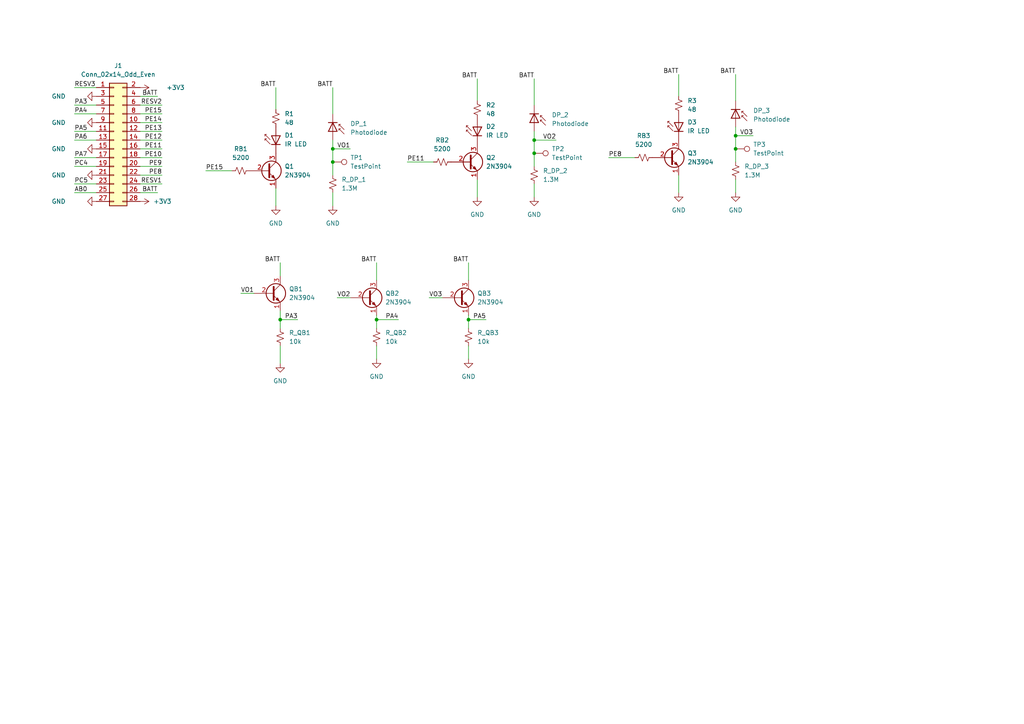
<source format=kicad_sch>
(kicad_sch (version 20211123) (generator eeschema)

  (uuid e63e39d7-6ac0-4ffd-8aa3-1841a4541b55)

  (paper "A4")

  (lib_symbols
    (symbol "Connector:TestPoint" (pin_numbers hide) (pin_names (offset 0.762) hide) (in_bom yes) (on_board yes)
      (property "Reference" "TP" (id 0) (at 0 6.858 0)
        (effects (font (size 1.27 1.27)))
      )
      (property "Value" "TestPoint" (id 1) (at 0 5.08 0)
        (effects (font (size 1.27 1.27)))
      )
      (property "Footprint" "" (id 2) (at 5.08 0 0)
        (effects (font (size 1.27 1.27)) hide)
      )
      (property "Datasheet" "~" (id 3) (at 5.08 0 0)
        (effects (font (size 1.27 1.27)) hide)
      )
      (property "ki_keywords" "test point tp" (id 4) (at 0 0 0)
        (effects (font (size 1.27 1.27)) hide)
      )
      (property "ki_description" "test point" (id 5) (at 0 0 0)
        (effects (font (size 1.27 1.27)) hide)
      )
      (property "ki_fp_filters" "Pin* Test*" (id 6) (at 0 0 0)
        (effects (font (size 1.27 1.27)) hide)
      )
      (symbol "TestPoint_0_1"
        (circle (center 0 3.302) (radius 0.762)
          (stroke (width 0) (type default) (color 0 0 0 0))
          (fill (type none))
        )
      )
      (symbol "TestPoint_1_1"
        (pin passive line (at 0 0 90) (length 2.54)
          (name "1" (effects (font (size 1.27 1.27))))
          (number "1" (effects (font (size 1.27 1.27))))
        )
      )
    )
    (symbol "Connector_Generic:Conn_02x14_Odd_Even" (pin_names (offset 1.016) hide) (in_bom yes) (on_board yes)
      (property "Reference" "J" (id 0) (at 1.27 17.78 0)
        (effects (font (size 1.27 1.27)))
      )
      (property "Value" "Conn_02x14_Odd_Even" (id 1) (at 1.27 -20.32 0)
        (effects (font (size 1.27 1.27)))
      )
      (property "Footprint" "" (id 2) (at 0 0 0)
        (effects (font (size 1.27 1.27)) hide)
      )
      (property "Datasheet" "~" (id 3) (at 0 0 0)
        (effects (font (size 1.27 1.27)) hide)
      )
      (property "ki_keywords" "connector" (id 4) (at 0 0 0)
        (effects (font (size 1.27 1.27)) hide)
      )
      (property "ki_description" "Generic connector, double row, 02x14, odd/even pin numbering scheme (row 1 odd numbers, row 2 even numbers), script generated (kicad-library-utils/schlib/autogen/connector/)" (id 5) (at 0 0 0)
        (effects (font (size 1.27 1.27)) hide)
      )
      (property "ki_fp_filters" "Connector*:*_2x??_*" (id 6) (at 0 0 0)
        (effects (font (size 1.27 1.27)) hide)
      )
      (symbol "Conn_02x14_Odd_Even_1_1"
        (rectangle (start -1.27 -17.653) (end 0 -17.907)
          (stroke (width 0.1524) (type default) (color 0 0 0 0))
          (fill (type none))
        )
        (rectangle (start -1.27 -15.113) (end 0 -15.367)
          (stroke (width 0.1524) (type default) (color 0 0 0 0))
          (fill (type none))
        )
        (rectangle (start -1.27 -12.573) (end 0 -12.827)
          (stroke (width 0.1524) (type default) (color 0 0 0 0))
          (fill (type none))
        )
        (rectangle (start -1.27 -10.033) (end 0 -10.287)
          (stroke (width 0.1524) (type default) (color 0 0 0 0))
          (fill (type none))
        )
        (rectangle (start -1.27 -7.493) (end 0 -7.747)
          (stroke (width 0.1524) (type default) (color 0 0 0 0))
          (fill (type none))
        )
        (rectangle (start -1.27 -4.953) (end 0 -5.207)
          (stroke (width 0.1524) (type default) (color 0 0 0 0))
          (fill (type none))
        )
        (rectangle (start -1.27 -2.413) (end 0 -2.667)
          (stroke (width 0.1524) (type default) (color 0 0 0 0))
          (fill (type none))
        )
        (rectangle (start -1.27 0.127) (end 0 -0.127)
          (stroke (width 0.1524) (type default) (color 0 0 0 0))
          (fill (type none))
        )
        (rectangle (start -1.27 2.667) (end 0 2.413)
          (stroke (width 0.1524) (type default) (color 0 0 0 0))
          (fill (type none))
        )
        (rectangle (start -1.27 5.207) (end 0 4.953)
          (stroke (width 0.1524) (type default) (color 0 0 0 0))
          (fill (type none))
        )
        (rectangle (start -1.27 7.747) (end 0 7.493)
          (stroke (width 0.1524) (type default) (color 0 0 0 0))
          (fill (type none))
        )
        (rectangle (start -1.27 10.287) (end 0 10.033)
          (stroke (width 0.1524) (type default) (color 0 0 0 0))
          (fill (type none))
        )
        (rectangle (start -1.27 12.827) (end 0 12.573)
          (stroke (width 0.1524) (type default) (color 0 0 0 0))
          (fill (type none))
        )
        (rectangle (start -1.27 15.367) (end 0 15.113)
          (stroke (width 0.1524) (type default) (color 0 0 0 0))
          (fill (type none))
        )
        (rectangle (start -1.27 16.51) (end 3.81 -19.05)
          (stroke (width 0.254) (type default) (color 0 0 0 0))
          (fill (type background))
        )
        (rectangle (start 3.81 -17.653) (end 2.54 -17.907)
          (stroke (width 0.1524) (type default) (color 0 0 0 0))
          (fill (type none))
        )
        (rectangle (start 3.81 -15.113) (end 2.54 -15.367)
          (stroke (width 0.1524) (type default) (color 0 0 0 0))
          (fill (type none))
        )
        (rectangle (start 3.81 -12.573) (end 2.54 -12.827)
          (stroke (width 0.1524) (type default) (color 0 0 0 0))
          (fill (type none))
        )
        (rectangle (start 3.81 -10.033) (end 2.54 -10.287)
          (stroke (width 0.1524) (type default) (color 0 0 0 0))
          (fill (type none))
        )
        (rectangle (start 3.81 -7.493) (end 2.54 -7.747)
          (stroke (width 0.1524) (type default) (color 0 0 0 0))
          (fill (type none))
        )
        (rectangle (start 3.81 -4.953) (end 2.54 -5.207)
          (stroke (width 0.1524) (type default) (color 0 0 0 0))
          (fill (type none))
        )
        (rectangle (start 3.81 -2.413) (end 2.54 -2.667)
          (stroke (width 0.1524) (type default) (color 0 0 0 0))
          (fill (type none))
        )
        (rectangle (start 3.81 0.127) (end 2.54 -0.127)
          (stroke (width 0.1524) (type default) (color 0 0 0 0))
          (fill (type none))
        )
        (rectangle (start 3.81 2.667) (end 2.54 2.413)
          (stroke (width 0.1524) (type default) (color 0 0 0 0))
          (fill (type none))
        )
        (rectangle (start 3.81 5.207) (end 2.54 4.953)
          (stroke (width 0.1524) (type default) (color 0 0 0 0))
          (fill (type none))
        )
        (rectangle (start 3.81 7.747) (end 2.54 7.493)
          (stroke (width 0.1524) (type default) (color 0 0 0 0))
          (fill (type none))
        )
        (rectangle (start 3.81 10.287) (end 2.54 10.033)
          (stroke (width 0.1524) (type default) (color 0 0 0 0))
          (fill (type none))
        )
        (rectangle (start 3.81 12.827) (end 2.54 12.573)
          (stroke (width 0.1524) (type default) (color 0 0 0 0))
          (fill (type none))
        )
        (rectangle (start 3.81 15.367) (end 2.54 15.113)
          (stroke (width 0.1524) (type default) (color 0 0 0 0))
          (fill (type none))
        )
        (pin passive line (at -5.08 15.24 0) (length 3.81)
          (name "Pin_1" (effects (font (size 1.27 1.27))))
          (number "1" (effects (font (size 1.27 1.27))))
        )
        (pin passive line (at 7.62 5.08 180) (length 3.81)
          (name "Pin_10" (effects (font (size 1.27 1.27))))
          (number "10" (effects (font (size 1.27 1.27))))
        )
        (pin passive line (at -5.08 2.54 0) (length 3.81)
          (name "Pin_11" (effects (font (size 1.27 1.27))))
          (number "11" (effects (font (size 1.27 1.27))))
        )
        (pin passive line (at 7.62 2.54 180) (length 3.81)
          (name "Pin_12" (effects (font (size 1.27 1.27))))
          (number "12" (effects (font (size 1.27 1.27))))
        )
        (pin passive line (at -5.08 0 0) (length 3.81)
          (name "Pin_13" (effects (font (size 1.27 1.27))))
          (number "13" (effects (font (size 1.27 1.27))))
        )
        (pin passive line (at 7.62 0 180) (length 3.81)
          (name "Pin_14" (effects (font (size 1.27 1.27))))
          (number "14" (effects (font (size 1.27 1.27))))
        )
        (pin passive line (at -5.08 -2.54 0) (length 3.81)
          (name "Pin_15" (effects (font (size 1.27 1.27))))
          (number "15" (effects (font (size 1.27 1.27))))
        )
        (pin passive line (at 7.62 -2.54 180) (length 3.81)
          (name "Pin_16" (effects (font (size 1.27 1.27))))
          (number "16" (effects (font (size 1.27 1.27))))
        )
        (pin passive line (at -5.08 -5.08 0) (length 3.81)
          (name "Pin_17" (effects (font (size 1.27 1.27))))
          (number "17" (effects (font (size 1.27 1.27))))
        )
        (pin passive line (at 7.62 -5.08 180) (length 3.81)
          (name "Pin_18" (effects (font (size 1.27 1.27))))
          (number "18" (effects (font (size 1.27 1.27))))
        )
        (pin passive line (at -5.08 -7.62 0) (length 3.81)
          (name "Pin_19" (effects (font (size 1.27 1.27))))
          (number "19" (effects (font (size 1.27 1.27))))
        )
        (pin passive line (at 7.62 15.24 180) (length 3.81)
          (name "Pin_2" (effects (font (size 1.27 1.27))))
          (number "2" (effects (font (size 1.27 1.27))))
        )
        (pin passive line (at 7.62 -7.62 180) (length 3.81)
          (name "Pin_20" (effects (font (size 1.27 1.27))))
          (number "20" (effects (font (size 1.27 1.27))))
        )
        (pin passive line (at -5.08 -10.16 0) (length 3.81)
          (name "Pin_21" (effects (font (size 1.27 1.27))))
          (number "21" (effects (font (size 1.27 1.27))))
        )
        (pin passive line (at 7.62 -10.16 180) (length 3.81)
          (name "Pin_22" (effects (font (size 1.27 1.27))))
          (number "22" (effects (font (size 1.27 1.27))))
        )
        (pin passive line (at -5.08 -12.7 0) (length 3.81)
          (name "Pin_23" (effects (font (size 1.27 1.27))))
          (number "23" (effects (font (size 1.27 1.27))))
        )
        (pin passive line (at 7.62 -12.7 180) (length 3.81)
          (name "Pin_24" (effects (font (size 1.27 1.27))))
          (number "24" (effects (font (size 1.27 1.27))))
        )
        (pin passive line (at -5.08 -15.24 0) (length 3.81)
          (name "Pin_25" (effects (font (size 1.27 1.27))))
          (number "25" (effects (font (size 1.27 1.27))))
        )
        (pin passive line (at 7.62 -15.24 180) (length 3.81)
          (name "Pin_26" (effects (font (size 1.27 1.27))))
          (number "26" (effects (font (size 1.27 1.27))))
        )
        (pin passive line (at -5.08 -17.78 0) (length 3.81)
          (name "Pin_27" (effects (font (size 1.27 1.27))))
          (number "27" (effects (font (size 1.27 1.27))))
        )
        (pin passive line (at 7.62 -17.78 180) (length 3.81)
          (name "Pin_28" (effects (font (size 1.27 1.27))))
          (number "28" (effects (font (size 1.27 1.27))))
        )
        (pin passive line (at -5.08 12.7 0) (length 3.81)
          (name "Pin_3" (effects (font (size 1.27 1.27))))
          (number "3" (effects (font (size 1.27 1.27))))
        )
        (pin passive line (at 7.62 12.7 180) (length 3.81)
          (name "Pin_4" (effects (font (size 1.27 1.27))))
          (number "4" (effects (font (size 1.27 1.27))))
        )
        (pin passive line (at -5.08 10.16 0) (length 3.81)
          (name "Pin_5" (effects (font (size 1.27 1.27))))
          (number "5" (effects (font (size 1.27 1.27))))
        )
        (pin passive line (at 7.62 10.16 180) (length 3.81)
          (name "Pin_6" (effects (font (size 1.27 1.27))))
          (number "6" (effects (font (size 1.27 1.27))))
        )
        (pin passive line (at -5.08 7.62 0) (length 3.81)
          (name "Pin_7" (effects (font (size 1.27 1.27))))
          (number "7" (effects (font (size 1.27 1.27))))
        )
        (pin passive line (at 7.62 7.62 180) (length 3.81)
          (name "Pin_8" (effects (font (size 1.27 1.27))))
          (number "8" (effects (font (size 1.27 1.27))))
        )
        (pin passive line (at -5.08 5.08 0) (length 3.81)
          (name "Pin_9" (effects (font (size 1.27 1.27))))
          (number "9" (effects (font (size 1.27 1.27))))
        )
      )
    )
    (symbol "Device:D_Photo" (pin_numbers hide) (pin_names hide) (in_bom yes) (on_board yes)
      (property "Reference" "D" (id 0) (at 0.508 1.778 0)
        (effects (font (size 1.27 1.27)) (justify left))
      )
      (property "Value" "D_Photo" (id 1) (at -1.016 -2.794 0)
        (effects (font (size 1.27 1.27)))
      )
      (property "Footprint" "" (id 2) (at -1.27 0 0)
        (effects (font (size 1.27 1.27)) hide)
      )
      (property "Datasheet" "~" (id 3) (at -1.27 0 0)
        (effects (font (size 1.27 1.27)) hide)
      )
      (property "ki_keywords" "photodiode diode opto" (id 4) (at 0 0 0)
        (effects (font (size 1.27 1.27)) hide)
      )
      (property "ki_description" "Photodiode" (id 5) (at 0 0 0)
        (effects (font (size 1.27 1.27)) hide)
      )
      (symbol "D_Photo_0_1"
        (polyline
          (pts
            (xy -2.54 1.27)
            (xy -2.54 -1.27)
          )
          (stroke (width 0.254) (type default) (color 0 0 0 0))
          (fill (type none))
        )
        (polyline
          (pts
            (xy -2.032 1.778)
            (xy -1.524 1.778)
          )
          (stroke (width 0) (type default) (color 0 0 0 0))
          (fill (type none))
        )
        (polyline
          (pts
            (xy 0 0)
            (xy -2.54 0)
          )
          (stroke (width 0) (type default) (color 0 0 0 0))
          (fill (type none))
        )
        (polyline
          (pts
            (xy -0.508 3.302)
            (xy -2.032 1.778)
            (xy -2.032 2.286)
          )
          (stroke (width 0) (type default) (color 0 0 0 0))
          (fill (type none))
        )
        (polyline
          (pts
            (xy 0 -1.27)
            (xy 0 1.27)
            (xy -2.54 0)
            (xy 0 -1.27)
          )
          (stroke (width 0.254) (type default) (color 0 0 0 0))
          (fill (type none))
        )
        (polyline
          (pts
            (xy 0.762 3.302)
            (xy -0.762 1.778)
            (xy -0.762 2.286)
            (xy -0.762 1.778)
            (xy -0.254 1.778)
          )
          (stroke (width 0) (type default) (color 0 0 0 0))
          (fill (type none))
        )
      )
      (symbol "D_Photo_1_1"
        (pin passive line (at -5.08 0 0) (length 2.54)
          (name "K" (effects (font (size 1.27 1.27))))
          (number "1" (effects (font (size 1.27 1.27))))
        )
        (pin passive line (at 2.54 0 180) (length 2.54)
          (name "A" (effects (font (size 1.27 1.27))))
          (number "2" (effects (font (size 1.27 1.27))))
        )
      )
    )
    (symbol "Device:R_Small_US" (pin_numbers hide) (pin_names (offset 0.254) hide) (in_bom yes) (on_board yes)
      (property "Reference" "R" (id 0) (at 0.762 0.508 0)
        (effects (font (size 1.27 1.27)) (justify left))
      )
      (property "Value" "R_Small_US" (id 1) (at 0.762 -1.016 0)
        (effects (font (size 1.27 1.27)) (justify left))
      )
      (property "Footprint" "" (id 2) (at 0 0 0)
        (effects (font (size 1.27 1.27)) hide)
      )
      (property "Datasheet" "~" (id 3) (at 0 0 0)
        (effects (font (size 1.27 1.27)) hide)
      )
      (property "ki_keywords" "r resistor" (id 4) (at 0 0 0)
        (effects (font (size 1.27 1.27)) hide)
      )
      (property "ki_description" "Resistor, small US symbol" (id 5) (at 0 0 0)
        (effects (font (size 1.27 1.27)) hide)
      )
      (property "ki_fp_filters" "R_*" (id 6) (at 0 0 0)
        (effects (font (size 1.27 1.27)) hide)
      )
      (symbol "R_Small_US_1_1"
        (polyline
          (pts
            (xy 0 0)
            (xy 1.016 -0.381)
            (xy 0 -0.762)
            (xy -1.016 -1.143)
            (xy 0 -1.524)
          )
          (stroke (width 0) (type default) (color 0 0 0 0))
          (fill (type none))
        )
        (polyline
          (pts
            (xy 0 1.524)
            (xy 1.016 1.143)
            (xy 0 0.762)
            (xy -1.016 0.381)
            (xy 0 0)
          )
          (stroke (width 0) (type default) (color 0 0 0 0))
          (fill (type none))
        )
        (pin passive line (at 0 2.54 270) (length 1.016)
          (name "~" (effects (font (size 1.27 1.27))))
          (number "1" (effects (font (size 1.27 1.27))))
        )
        (pin passive line (at 0 -2.54 90) (length 1.016)
          (name "~" (effects (font (size 1.27 1.27))))
          (number "2" (effects (font (size 1.27 1.27))))
        )
      )
    )
    (symbol "LED:LD274" (pin_numbers hide) (pin_names (offset 1.016) hide) (in_bom yes) (on_board yes)
      (property "Reference" "D" (id 0) (at 0.508 1.778 0)
        (effects (font (size 1.27 1.27)) (justify left))
      )
      (property "Value" "LD274" (id 1) (at -1.016 -2.794 0)
        (effects (font (size 1.27 1.27)))
      )
      (property "Footprint" "LED_THT:LED_D5.0mm_IRGrey" (id 2) (at 0 4.445 0)
        (effects (font (size 1.27 1.27)) hide)
      )
      (property "Datasheet" "http://pdf.datasheetcatalog.com/datasheet/siemens/LD274.pdf" (id 3) (at -1.27 0 0)
        (effects (font (size 1.27 1.27)) hide)
      )
      (property "ki_keywords" "IR LED" (id 4) (at 0 0 0)
        (effects (font (size 1.27 1.27)) hide)
      )
      (property "ki_description" "950nm IR-LED, 5mm" (id 5) (at 0 0 0)
        (effects (font (size 1.27 1.27)) hide)
      )
      (property "ki_fp_filters" "LED*5.0mm*IRGrey*" (id 6) (at 0 0 0)
        (effects (font (size 1.27 1.27)) hide)
      )
      (symbol "LD274_0_1"
        (polyline
          (pts
            (xy -2.54 1.27)
            (xy -2.54 -1.27)
          )
          (stroke (width 0.254) (type default) (color 0 0 0 0))
          (fill (type none))
        )
        (polyline
          (pts
            (xy 0 0)
            (xy -2.54 0)
          )
          (stroke (width 0) (type default) (color 0 0 0 0))
          (fill (type none))
        )
        (polyline
          (pts
            (xy 0.381 3.175)
            (xy -0.127 3.175)
          )
          (stroke (width 0) (type default) (color 0 0 0 0))
          (fill (type none))
        )
        (polyline
          (pts
            (xy -1.143 1.651)
            (xy 0.381 3.175)
            (xy 0.381 2.667)
          )
          (stroke (width 0) (type default) (color 0 0 0 0))
          (fill (type none))
        )
        (polyline
          (pts
            (xy 0 -1.27)
            (xy -2.54 0)
            (xy 0 1.27)
            (xy 0 -1.27)
          )
          (stroke (width 0.254) (type default) (color 0 0 0 0))
          (fill (type none))
        )
        (polyline
          (pts
            (xy -2.413 1.651)
            (xy -0.889 3.175)
            (xy -0.889 2.667)
            (xy -0.889 3.175)
            (xy -1.397 3.175)
          )
          (stroke (width 0) (type default) (color 0 0 0 0))
          (fill (type none))
        )
      )
      (symbol "LD274_1_1"
        (pin passive line (at -5.08 0 0) (length 2.54)
          (name "K" (effects (font (size 1.27 1.27))))
          (number "1" (effects (font (size 1.27 1.27))))
        )
        (pin passive line (at 2.54 0 180) (length 2.54)
          (name "A" (effects (font (size 1.27 1.27))))
          (number "2" (effects (font (size 1.27 1.27))))
        )
      )
    )
    (symbol "Transistor_BJT:2N3904" (pin_names (offset 0) hide) (in_bom yes) (on_board yes)
      (property "Reference" "Q" (id 0) (at 5.08 1.905 0)
        (effects (font (size 1.27 1.27)) (justify left))
      )
      (property "Value" "2N3904" (id 1) (at 5.08 0 0)
        (effects (font (size 1.27 1.27)) (justify left))
      )
      (property "Footprint" "Package_TO_SOT_THT:TO-92_Inline" (id 2) (at 5.08 -1.905 0)
        (effects (font (size 1.27 1.27) italic) (justify left) hide)
      )
      (property "Datasheet" "https://www.onsemi.com/pub/Collateral/2N3903-D.PDF" (id 3) (at 0 0 0)
        (effects (font (size 1.27 1.27)) (justify left) hide)
      )
      (property "ki_keywords" "NPN Transistor" (id 4) (at 0 0 0)
        (effects (font (size 1.27 1.27)) hide)
      )
      (property "ki_description" "0.2A Ic, 40V Vce, Small Signal NPN Transistor, TO-92" (id 5) (at 0 0 0)
        (effects (font (size 1.27 1.27)) hide)
      )
      (property "ki_fp_filters" "TO?92*" (id 6) (at 0 0 0)
        (effects (font (size 1.27 1.27)) hide)
      )
      (symbol "2N3904_0_1"
        (polyline
          (pts
            (xy 0.635 0.635)
            (xy 2.54 2.54)
          )
          (stroke (width 0) (type default) (color 0 0 0 0))
          (fill (type none))
        )
        (polyline
          (pts
            (xy 0.635 -0.635)
            (xy 2.54 -2.54)
            (xy 2.54 -2.54)
          )
          (stroke (width 0) (type default) (color 0 0 0 0))
          (fill (type none))
        )
        (polyline
          (pts
            (xy 0.635 1.905)
            (xy 0.635 -1.905)
            (xy 0.635 -1.905)
          )
          (stroke (width 0.508) (type default) (color 0 0 0 0))
          (fill (type none))
        )
        (polyline
          (pts
            (xy 1.27 -1.778)
            (xy 1.778 -1.27)
            (xy 2.286 -2.286)
            (xy 1.27 -1.778)
            (xy 1.27 -1.778)
          )
          (stroke (width 0) (type default) (color 0 0 0 0))
          (fill (type outline))
        )
        (circle (center 1.27 0) (radius 2.8194)
          (stroke (width 0.254) (type default) (color 0 0 0 0))
          (fill (type none))
        )
      )
      (symbol "2N3904_1_1"
        (pin passive line (at 2.54 -5.08 90) (length 2.54)
          (name "E" (effects (font (size 1.27 1.27))))
          (number "1" (effects (font (size 1.27 1.27))))
        )
        (pin passive line (at -5.08 0 0) (length 5.715)
          (name "B" (effects (font (size 1.27 1.27))))
          (number "2" (effects (font (size 1.27 1.27))))
        )
        (pin passive line (at 2.54 5.08 270) (length 2.54)
          (name "C" (effects (font (size 1.27 1.27))))
          (number "3" (effects (font (size 1.27 1.27))))
        )
      )
    )
    (symbol "power:+3V3" (power) (pin_names (offset 0)) (in_bom yes) (on_board yes)
      (property "Reference" "#PWR" (id 0) (at 0 -3.81 0)
        (effects (font (size 1.27 1.27)) hide)
      )
      (property "Value" "+3V3" (id 1) (at 0 3.556 0)
        (effects (font (size 1.27 1.27)))
      )
      (property "Footprint" "" (id 2) (at 0 0 0)
        (effects (font (size 1.27 1.27)) hide)
      )
      (property "Datasheet" "" (id 3) (at 0 0 0)
        (effects (font (size 1.27 1.27)) hide)
      )
      (property "ki_keywords" "power-flag" (id 4) (at 0 0 0)
        (effects (font (size 1.27 1.27)) hide)
      )
      (property "ki_description" "Power symbol creates a global label with name \"+3V3\"" (id 5) (at 0 0 0)
        (effects (font (size 1.27 1.27)) hide)
      )
      (symbol "+3V3_0_1"
        (polyline
          (pts
            (xy -0.762 1.27)
            (xy 0 2.54)
          )
          (stroke (width 0) (type default) (color 0 0 0 0))
          (fill (type none))
        )
        (polyline
          (pts
            (xy 0 0)
            (xy 0 2.54)
          )
          (stroke (width 0) (type default) (color 0 0 0 0))
          (fill (type none))
        )
        (polyline
          (pts
            (xy 0 2.54)
            (xy 0.762 1.27)
          )
          (stroke (width 0) (type default) (color 0 0 0 0))
          (fill (type none))
        )
      )
      (symbol "+3V3_1_1"
        (pin power_in line (at 0 0 90) (length 0) hide
          (name "+3V3" (effects (font (size 1.27 1.27))))
          (number "1" (effects (font (size 1.27 1.27))))
        )
      )
    )
    (symbol "power:GND" (power) (pin_names (offset 0)) (in_bom yes) (on_board yes)
      (property "Reference" "#PWR" (id 0) (at 0 -6.35 0)
        (effects (font (size 1.27 1.27)) hide)
      )
      (property "Value" "GND" (id 1) (at 0 -3.81 0)
        (effects (font (size 1.27 1.27)))
      )
      (property "Footprint" "" (id 2) (at 0 0 0)
        (effects (font (size 1.27 1.27)) hide)
      )
      (property "Datasheet" "" (id 3) (at 0 0 0)
        (effects (font (size 1.27 1.27)) hide)
      )
      (property "ki_keywords" "power-flag" (id 4) (at 0 0 0)
        (effects (font (size 1.27 1.27)) hide)
      )
      (property "ki_description" "Power symbol creates a global label with name \"GND\" , ground" (id 5) (at 0 0 0)
        (effects (font (size 1.27 1.27)) hide)
      )
      (symbol "GND_0_1"
        (polyline
          (pts
            (xy 0 0)
            (xy 0 -1.27)
            (xy 1.27 -1.27)
            (xy 0 -2.54)
            (xy -1.27 -1.27)
            (xy 0 -1.27)
          )
          (stroke (width 0) (type default) (color 0 0 0 0))
          (fill (type none))
        )
      )
      (symbol "GND_1_1"
        (pin power_in line (at 0 0 270) (length 0) hide
          (name "GND" (effects (font (size 1.27 1.27))))
          (number "1" (effects (font (size 1.27 1.27))))
        )
      )
    )
  )

  (junction (at 213.36 43.18) (diameter 0) (color 0 0 0 0)
    (uuid 43c22a38-d977-45b2-83d3-28a6f2c37524)
  )
  (junction (at 135.89 92.71) (diameter 0) (color 0 0 0 0)
    (uuid 462c680c-eff3-44bd-8173-f7c6613bd820)
  )
  (junction (at 154.94 40.64) (diameter 0) (color 0 0 0 0)
    (uuid 6c11096f-32a3-4b7f-bbb4-9126272c09d7)
  )
  (junction (at 213.36 39.37) (diameter 0) (color 0 0 0 0)
    (uuid 7a053ba2-80c8-4acc-96c5-e6564a30d1e7)
  )
  (junction (at 96.52 43.18) (diameter 0) (color 0 0 0 0)
    (uuid a3230b12-669e-43dd-b835-5c78f665e05e)
  )
  (junction (at 154.94 44.45) (diameter 0) (color 0 0 0 0)
    (uuid aa599a43-16c0-4a30-b9ce-9634cf9c5196)
  )
  (junction (at 109.22 92.71) (diameter 0) (color 0 0 0 0)
    (uuid d7cb843f-7c27-4b16-b929-b6f35bd08ef2)
  )
  (junction (at 81.28 92.71) (diameter 0) (color 0 0 0 0)
    (uuid d8805962-dc2d-4f41-97ea-e03dbe554a17)
  )
  (junction (at 96.52 46.99) (diameter 0) (color 0 0 0 0)
    (uuid fdc84445-3741-41b1-9730-33e707d34169)
  )

  (wire (pts (xy 96.52 43.18) (xy 96.52 46.99))
    (stroke (width 0) (type default) (color 0 0 0 0))
    (uuid 03fd946f-456e-464e-9fce-307f933e4e7d)
  )
  (wire (pts (xy 109.22 92.71) (xy 109.22 95.25))
    (stroke (width 0) (type default) (color 0 0 0 0))
    (uuid 09ebbcf5-69ac-4f19-b602-61d03b2b9e86)
  )
  (wire (pts (xy 135.89 92.71) (xy 140.97 92.71))
    (stroke (width 0) (type default) (color 0 0 0 0))
    (uuid 0d885a02-dbc3-4079-a355-46706f8cd9ab)
  )
  (wire (pts (xy 21.59 48.26) (xy 27.94 48.26))
    (stroke (width 0) (type default) (color 0 0 0 0))
    (uuid 0e4b09a5-f949-4bf3-876d-f353032128f9)
  )
  (wire (pts (xy 138.43 52.07) (xy 138.43 57.15))
    (stroke (width 0) (type default) (color 0 0 0 0))
    (uuid 126d510f-7324-4053-b9f8-afdd88ddc083)
  )
  (wire (pts (xy 196.85 50.8) (xy 196.85 55.88))
    (stroke (width 0) (type default) (color 0 0 0 0))
    (uuid 1d11fc18-e137-4519-8d73-80400bf0b48f)
  )
  (wire (pts (xy 109.22 76.2) (xy 109.22 81.28))
    (stroke (width 0) (type default) (color 0 0 0 0))
    (uuid 2a5d4aca-3204-4d37-8c4c-9b66d6e90334)
  )
  (wire (pts (xy 109.22 100.33) (xy 109.22 104.14))
    (stroke (width 0) (type default) (color 0 0 0 0))
    (uuid 365bc314-8c8d-469b-9cca-6fb444985067)
  )
  (wire (pts (xy 154.94 38.1) (xy 154.94 40.64))
    (stroke (width 0) (type default) (color 0 0 0 0))
    (uuid 3944d360-5603-4a19-ab3c-7d4dc9e4f5af)
  )
  (wire (pts (xy 40.64 30.48) (xy 46.99 30.48))
    (stroke (width 0) (type default) (color 0 0 0 0))
    (uuid 39879d0f-8462-47fe-b2b0-251681c037b2)
  )
  (wire (pts (xy 40.64 35.56) (xy 46.99 35.56))
    (stroke (width 0) (type default) (color 0 0 0 0))
    (uuid 39c36ac4-a2f1-4441-9a8c-94edb8489313)
  )
  (wire (pts (xy 21.59 33.02) (xy 27.94 33.02))
    (stroke (width 0) (type default) (color 0 0 0 0))
    (uuid 39dec40c-70a9-4532-9cad-879dfc0a7795)
  )
  (wire (pts (xy 176.53 45.72) (xy 184.15 45.72))
    (stroke (width 0) (type default) (color 0 0 0 0))
    (uuid 3b73e9d1-b449-437e-927c-5d910b70bab9)
  )
  (wire (pts (xy 118.11 46.99) (xy 125.73 46.99))
    (stroke (width 0) (type default) (color 0 0 0 0))
    (uuid 3dd7d7c3-4bc6-4016-a123-38599a3c0045)
  )
  (wire (pts (xy 109.22 91.44) (xy 109.22 92.71))
    (stroke (width 0) (type default) (color 0 0 0 0))
    (uuid 42d63732-3838-4a1b-bc27-f9f55ff7e61d)
  )
  (wire (pts (xy 81.28 92.71) (xy 81.28 95.25))
    (stroke (width 0) (type default) (color 0 0 0 0))
    (uuid 4456eb96-6fec-4c61-864a-8cf012432971)
  )
  (wire (pts (xy 21.59 40.64) (xy 27.94 40.64))
    (stroke (width 0) (type default) (color 0 0 0 0))
    (uuid 453412d6-1f1f-45b1-bc94-ef93553789f7)
  )
  (wire (pts (xy 213.36 21.59) (xy 213.36 29.21))
    (stroke (width 0) (type default) (color 0 0 0 0))
    (uuid 46da05a0-b93a-46f8-a36b-8d5cf369b912)
  )
  (wire (pts (xy 218.44 39.37) (xy 213.36 39.37))
    (stroke (width 0) (type default) (color 0 0 0 0))
    (uuid 4a23b1ab-5f41-44a5-bb17-2b9a4b418efb)
  )
  (wire (pts (xy 196.85 21.59) (xy 196.85 27.94))
    (stroke (width 0) (type default) (color 0 0 0 0))
    (uuid 5116384b-95d6-4fdb-b03b-216e5fab044f)
  )
  (wire (pts (xy 154.94 53.34) (xy 154.94 57.15))
    (stroke (width 0) (type default) (color 0 0 0 0))
    (uuid 539f14a1-a1d6-45d7-8d0f-d06fb1f96647)
  )
  (wire (pts (xy 40.64 38.1) (xy 46.99 38.1))
    (stroke (width 0) (type default) (color 0 0 0 0))
    (uuid 550dc1a5-bce7-4165-a110-f8b9e6cbc0f2)
  )
  (wire (pts (xy 40.64 53.34) (xy 46.99 53.34))
    (stroke (width 0) (type default) (color 0 0 0 0))
    (uuid 55cc7284-4a2d-4355-8cd1-278c24f0639b)
  )
  (wire (pts (xy 124.46 86.36) (xy 128.27 86.36))
    (stroke (width 0) (type default) (color 0 0 0 0))
    (uuid 58509cc0-df39-4f52-bd35-b72857170b25)
  )
  (wire (pts (xy 135.89 91.44) (xy 135.89 92.71))
    (stroke (width 0) (type default) (color 0 0 0 0))
    (uuid 5b0be409-9e16-4737-b646-2984864d7f09)
  )
  (wire (pts (xy 135.89 76.2) (xy 135.89 81.28))
    (stroke (width 0) (type default) (color 0 0 0 0))
    (uuid 5d3986b6-36c1-49ca-8af6-49d74c50c285)
  )
  (wire (pts (xy 96.52 43.18) (xy 101.6 43.18))
    (stroke (width 0) (type default) (color 0 0 0 0))
    (uuid 66d8a465-fcc0-4006-bf3b-5c4082d33cce)
  )
  (wire (pts (xy 21.59 53.34) (xy 27.94 53.34))
    (stroke (width 0) (type default) (color 0 0 0 0))
    (uuid 67d9f6a2-ca05-4e00-8dc4-cae9ad852c39)
  )
  (wire (pts (xy 59.69 49.53) (xy 67.31 49.53))
    (stroke (width 0) (type default) (color 0 0 0 0))
    (uuid 69b94860-24f5-4340-801c-3f418099360d)
  )
  (wire (pts (xy 135.89 100.33) (xy 135.89 104.14))
    (stroke (width 0) (type default) (color 0 0 0 0))
    (uuid 6b05b109-daf8-49e7-a459-e959d2fe8fa2)
  )
  (wire (pts (xy 138.43 22.86) (xy 138.43 29.21))
    (stroke (width 0) (type default) (color 0 0 0 0))
    (uuid 6cea7b06-1c6f-4e10-9e29-29703709acfa)
  )
  (wire (pts (xy 40.64 50.8) (xy 46.99 50.8))
    (stroke (width 0) (type default) (color 0 0 0 0))
    (uuid 6d0a08c9-9308-4465-b3e5-224b0e2c9854)
  )
  (wire (pts (xy 21.59 30.48) (xy 27.94 30.48))
    (stroke (width 0) (type default) (color 0 0 0 0))
    (uuid 8424a0cf-5de2-4b16-8a4e-cfa66695b3c0)
  )
  (wire (pts (xy 154.94 40.64) (xy 154.94 44.45))
    (stroke (width 0) (type default) (color 0 0 0 0))
    (uuid 8823c1c1-74f2-4cff-b383-7ff36ba2e801)
  )
  (wire (pts (xy 96.52 40.64) (xy 96.52 43.18))
    (stroke (width 0) (type default) (color 0 0 0 0))
    (uuid 8db049fd-0a51-4596-9f7d-3e4fe6625f1d)
  )
  (wire (pts (xy 213.36 39.37) (xy 213.36 43.18))
    (stroke (width 0) (type default) (color 0 0 0 0))
    (uuid 90a5bcb8-ff10-4454-9fcf-66dde64de007)
  )
  (wire (pts (xy 21.59 25.4) (xy 27.94 25.4))
    (stroke (width 0) (type default) (color 0 0 0 0))
    (uuid 917ad17f-a230-4871-850f-4d2561d919e3)
  )
  (wire (pts (xy 21.59 38.1) (xy 27.94 38.1))
    (stroke (width 0) (type default) (color 0 0 0 0))
    (uuid 93b83f08-7c55-48a1-b097-5772e73be9bf)
  )
  (wire (pts (xy 96.52 46.99) (xy 96.52 50.8))
    (stroke (width 0) (type default) (color 0 0 0 0))
    (uuid 95fedec7-0581-43f4-a3a3-7bebc5c1862e)
  )
  (wire (pts (xy 40.64 48.26) (xy 46.99 48.26))
    (stroke (width 0) (type default) (color 0 0 0 0))
    (uuid 9638ac6e-ba16-42ba-9b8a-58c3a5ef4490)
  )
  (wire (pts (xy 69.85 85.09) (xy 73.66 85.09))
    (stroke (width 0) (type default) (color 0 0 0 0))
    (uuid 9b8e8c96-f77d-4113-8425-a2ab4f2c28da)
  )
  (wire (pts (xy 97.79 86.36) (xy 101.6 86.36))
    (stroke (width 0) (type default) (color 0 0 0 0))
    (uuid 9d4249ab-fea0-4c87-a545-e6e8544365e3)
  )
  (wire (pts (xy 154.94 40.64) (xy 161.29 40.64))
    (stroke (width 0) (type default) (color 0 0 0 0))
    (uuid b3364eb9-676c-420a-a705-9e4f4c17fcc6)
  )
  (wire (pts (xy 213.36 52.07) (xy 213.36 55.88))
    (stroke (width 0) (type default) (color 0 0 0 0))
    (uuid b8baea18-7aa3-4dc4-8900-1ca101665b06)
  )
  (wire (pts (xy 80.01 54.61) (xy 80.01 59.69))
    (stroke (width 0) (type default) (color 0 0 0 0))
    (uuid bad512d6-9f0a-43e4-afbb-8b13547babdd)
  )
  (wire (pts (xy 154.94 22.86) (xy 154.94 30.48))
    (stroke (width 0) (type default) (color 0 0 0 0))
    (uuid c691cf5b-bcf5-4f75-99df-62ba2436d7a1)
  )
  (wire (pts (xy 40.64 43.18) (xy 46.99 43.18))
    (stroke (width 0) (type default) (color 0 0 0 0))
    (uuid c6f817c8-dc46-47b1-adad-a6002f5591f3)
  )
  (wire (pts (xy 40.64 33.02) (xy 46.99 33.02))
    (stroke (width 0) (type default) (color 0 0 0 0))
    (uuid cac9b38d-17de-40b7-85e1-fb11c8dd8ab6)
  )
  (wire (pts (xy 40.64 45.72) (xy 46.99 45.72))
    (stroke (width 0) (type default) (color 0 0 0 0))
    (uuid cafaf78e-6176-4fa3-868f-3fb942a00e50)
  )
  (wire (pts (xy 213.36 36.83) (xy 213.36 39.37))
    (stroke (width 0) (type default) (color 0 0 0 0))
    (uuid d5f638bb-de90-47d0-a4ac-ed812036c622)
  )
  (wire (pts (xy 40.64 27.94) (xy 45.72 27.94))
    (stroke (width 0) (type default) (color 0 0 0 0))
    (uuid d6a8f316-1392-4ab3-858a-2bdd1e8ab61d)
  )
  (wire (pts (xy 109.22 92.71) (xy 115.57 92.71))
    (stroke (width 0) (type default) (color 0 0 0 0))
    (uuid d96b57e9-b09a-4c7f-a90e-253c02810af3)
  )
  (wire (pts (xy 40.64 40.64) (xy 46.99 40.64))
    (stroke (width 0) (type default) (color 0 0 0 0))
    (uuid db3726c7-8128-4ac7-8143-103fc23d1310)
  )
  (wire (pts (xy 96.52 55.88) (xy 96.52 59.69))
    (stroke (width 0) (type default) (color 0 0 0 0))
    (uuid dc2cb1f0-0995-412f-bd24-a2d142b0538f)
  )
  (wire (pts (xy 154.94 44.45) (xy 154.94 48.26))
    (stroke (width 0) (type default) (color 0 0 0 0))
    (uuid dc42a207-ba80-495a-835c-0250b0a69295)
  )
  (wire (pts (xy 21.59 45.72) (xy 27.94 45.72))
    (stroke (width 0) (type default) (color 0 0 0 0))
    (uuid dc7c0701-fac0-4a8d-9d1c-3924f62ed188)
  )
  (wire (pts (xy 96.52 25.4) (xy 96.52 33.02))
    (stroke (width 0) (type default) (color 0 0 0 0))
    (uuid dd31d462-3b10-44e5-9981-56928aa210a7)
  )
  (wire (pts (xy 135.89 92.71) (xy 135.89 95.25))
    (stroke (width 0) (type default) (color 0 0 0 0))
    (uuid e3df1ee8-b7a4-4c50-a7f5-395ed5be0930)
  )
  (wire (pts (xy 81.28 76.2) (xy 81.28 80.01))
    (stroke (width 0) (type default) (color 0 0 0 0))
    (uuid e7c1644c-0a91-4030-ac8c-ccf66d8a038f)
  )
  (wire (pts (xy 21.59 55.88) (xy 27.94 55.88))
    (stroke (width 0) (type default) (color 0 0 0 0))
    (uuid e8a7986c-71a8-468c-a6ac-06b7082ef002)
  )
  (wire (pts (xy 81.28 90.17) (xy 81.28 92.71))
    (stroke (width 0) (type default) (color 0 0 0 0))
    (uuid eb01bd8c-efb6-482d-a2ea-a88fbb62d114)
  )
  (wire (pts (xy 213.36 43.18) (xy 213.36 46.99))
    (stroke (width 0) (type default) (color 0 0 0 0))
    (uuid f160c743-1dea-47cd-ab41-a034d92a9999)
  )
  (wire (pts (xy 81.28 100.33) (xy 81.28 105.41))
    (stroke (width 0) (type default) (color 0 0 0 0))
    (uuid f18fc58a-18b0-49e3-bd16-fc804572e55f)
  )
  (wire (pts (xy 80.01 25.4) (xy 80.01 31.75))
    (stroke (width 0) (type default) (color 0 0 0 0))
    (uuid f4952b74-08ea-41d2-a6af-60f03d2e6849)
  )
  (wire (pts (xy 81.28 92.71) (xy 86.36 92.71))
    (stroke (width 0) (type default) (color 0 0 0 0))
    (uuid f4e54412-bdb1-4419-a08f-400c8420f87f)
  )
  (wire (pts (xy 40.64 55.88) (xy 45.72 55.88))
    (stroke (width 0) (type default) (color 0 0 0 0))
    (uuid fb8ddc9d-950b-47bc-854b-e8cbdd3d862b)
  )

  (label "VO2" (at 161.29 40.64 180)
    (effects (font (size 1.27 1.27)) (justify right bottom))
    (uuid 07c04099-8f0c-4907-88b1-df064d121d88)
  )
  (label "PE12" (at 46.99 40.64 180)
    (effects (font (size 1.27 1.27)) (justify right bottom))
    (uuid 0e942bf0-c80b-4934-b8aa-b9f4df896a07)
  )
  (label "BATT" (at 154.94 22.86 180)
    (effects (font (size 1.27 1.27)) (justify right bottom))
    (uuid 0fc2a66a-5af6-40cc-9ba5-8e692c1b760f)
  )
  (label "RESV3" (at 21.59 25.4 0)
    (effects (font (size 1.27 1.27)) (justify left bottom))
    (uuid 1096cd0b-cef5-480f-9827-741b8877e8a9)
  )
  (label "PA3" (at 86.36 92.71 180)
    (effects (font (size 1.27 1.27)) (justify right bottom))
    (uuid 15e33f95-e3fb-46af-84ee-29f068a2e799)
  )
  (label "VO1" (at 69.85 85.09 0)
    (effects (font (size 1.27 1.27)) (justify left bottom))
    (uuid 23cc516c-ecc3-4030-8d3a-8430c06e9888)
  )
  (label "PA4" (at 115.57 92.71 180)
    (effects (font (size 1.27 1.27)) (justify right bottom))
    (uuid 2b22b9d6-5680-4031-b9e8-daa64799f915)
  )
  (label "PA7" (at 21.59 45.72 0)
    (effects (font (size 1.27 1.27)) (justify left bottom))
    (uuid 30545fdc-87b9-45fe-a785-dd37be7ecee7)
  )
  (label "VO1" (at 101.6 43.18 180)
    (effects (font (size 1.27 1.27)) (justify right bottom))
    (uuid 3bbe2cfc-6db4-4871-98ea-f5370fb8efe2)
  )
  (label "BATT" (at 45.72 27.94 180)
    (effects (font (size 1.27 1.27)) (justify right bottom))
    (uuid 3d25ea00-3597-4b84-9896-d06c9254cef7)
  )
  (label "VO2" (at 97.79 86.36 0)
    (effects (font (size 1.27 1.27)) (justify left bottom))
    (uuid 440d731b-8796-4bfd-be5d-edf9914e2da6)
  )
  (label "BATT" (at 196.85 21.59 180)
    (effects (font (size 1.27 1.27)) (justify right bottom))
    (uuid 4902387e-4ba8-4435-895a-c122e90a915b)
  )
  (label "PE15" (at 46.99 33.02 180)
    (effects (font (size 1.27 1.27)) (justify right bottom))
    (uuid 49fed9f8-9857-42b6-b123-71b337fcd5b1)
  )
  (label "RESV1" (at 46.99 53.34 180)
    (effects (font (size 1.27 1.27)) (justify right bottom))
    (uuid 4bcdd27e-2ba5-4aea-a92a-13dad183bc18)
  )
  (label "BATT" (at 80.01 25.4 180)
    (effects (font (size 1.27 1.27)) (justify right bottom))
    (uuid 4dfb7b9f-bf03-4832-bd68-942714bbf246)
  )
  (label "PC5" (at 21.59 53.34 0)
    (effects (font (size 1.27 1.27)) (justify left bottom))
    (uuid 637f8583-ae03-4f0a-9472-e9951ad41215)
  )
  (label "PA5" (at 21.59 38.1 0)
    (effects (font (size 1.27 1.27)) (justify left bottom))
    (uuid 661117c7-ca52-4838-939a-68efbd1946e7)
  )
  (label "PA5" (at 140.97 92.71 180)
    (effects (font (size 1.27 1.27)) (justify right bottom))
    (uuid 66554fe7-1eca-4cc6-b952-933e5ad07aac)
  )
  (label "VO3" (at 218.44 39.37 180)
    (effects (font (size 1.27 1.27)) (justify right bottom))
    (uuid 6dfe05bb-41d3-4e76-ac4b-c5fa432c1426)
  )
  (label "AB0" (at 21.59 55.88 0)
    (effects (font (size 1.27 1.27)) (justify left bottom))
    (uuid 8c12a43e-ca88-426d-b46b-34b5332a9e69)
  )
  (label "PA6" (at 21.59 40.64 0)
    (effects (font (size 1.27 1.27)) (justify left bottom))
    (uuid 8e3fed8f-7832-4524-ad56-e48ad66ccff7)
  )
  (label "PE8" (at 176.53 45.72 0)
    (effects (font (size 1.27 1.27)) (justify left bottom))
    (uuid 94f6645b-fe1a-4485-88ff-e8c9ecea3b3d)
  )
  (label "PE8" (at 46.99 50.8 180)
    (effects (font (size 1.27 1.27)) (justify right bottom))
    (uuid 978a5419-a028-4cd7-8ab4-1f4a80a27301)
  )
  (label "PE11" (at 46.99 43.18 180)
    (effects (font (size 1.27 1.27)) (justify right bottom))
    (uuid 97f4f0d1-c6ef-4713-ae43-c325df525d3e)
  )
  (label "PE14" (at 46.99 35.56 180)
    (effects (font (size 1.27 1.27)) (justify right bottom))
    (uuid 9bec4732-441d-4ca7-9104-88402b88885a)
  )
  (label "PE9" (at 46.99 48.26 180)
    (effects (font (size 1.27 1.27)) (justify right bottom))
    (uuid 9fa907f8-645e-4b41-86cc-8f22177b47d0)
  )
  (label "RESV2" (at 46.99 30.48 180)
    (effects (font (size 1.27 1.27)) (justify right bottom))
    (uuid a07cea1b-0bb3-40d7-8dba-3654040886a0)
  )
  (label "BATT" (at 45.72 55.88 180)
    (effects (font (size 1.27 1.27)) (justify right bottom))
    (uuid aee7a529-6ac6-4a80-9568-e26a40779fdc)
  )
  (label "BATT" (at 109.22 76.2 180)
    (effects (font (size 1.27 1.27)) (justify right bottom))
    (uuid b564646a-479f-4473-b604-c7b1ad7f779a)
  )
  (label "BATT" (at 96.52 25.4 180)
    (effects (font (size 1.27 1.27)) (justify right bottom))
    (uuid b7e339ce-24b8-46bd-8432-9ff5fa35e78e)
  )
  (label "VO3" (at 124.46 86.36 0)
    (effects (font (size 1.27 1.27)) (justify left bottom))
    (uuid b8cadddf-40ac-44ae-90ce-6939f80cced9)
  )
  (label "BATT" (at 213.36 21.59 180)
    (effects (font (size 1.27 1.27)) (justify right bottom))
    (uuid c2f7cd71-9f50-428c-a1c2-480920c28329)
  )
  (label "PE13" (at 46.99 38.1 180)
    (effects (font (size 1.27 1.27)) (justify right bottom))
    (uuid c71240bd-731d-4204-a0e6-ad346ba8b9b8)
  )
  (label "PA4" (at 21.59 33.02 0)
    (effects (font (size 1.27 1.27)) (justify left bottom))
    (uuid d8a93cbd-5e2a-40f6-a972-c67f0c9e4770)
  )
  (label "PC4" (at 21.59 48.26 0)
    (effects (font (size 1.27 1.27)) (justify left bottom))
    (uuid d9677047-8b12-4bbc-899c-20aa9459a509)
  )
  (label "PE15" (at 59.69 49.53 0)
    (effects (font (size 1.27 1.27)) (justify left bottom))
    (uuid e4308807-ce7a-4506-943d-afe25bc9fc46)
  )
  (label "BATT" (at 135.89 76.2 180)
    (effects (font (size 1.27 1.27)) (justify right bottom))
    (uuid e4edc2e5-7642-4292-9518-c960e699a96a)
  )
  (label "PE10" (at 46.99 45.72 180)
    (effects (font (size 1.27 1.27)) (justify right bottom))
    (uuid ec7f7942-3018-45b2-827b-f11141cec567)
  )
  (label "BATT" (at 138.43 22.86 180)
    (effects (font (size 1.27 1.27)) (justify right bottom))
    (uuid f37ea1bb-bc1c-4dfe-ba02-1201479ee63b)
  )
  (label "BATT" (at 81.28 76.2 180)
    (effects (font (size 1.27 1.27)) (justify right bottom))
    (uuid f3bf481f-e0af-4dd9-8dfb-81d2944106c5)
  )
  (label "PE11" (at 118.11 46.99 0)
    (effects (font (size 1.27 1.27)) (justify left bottom))
    (uuid fb35c925-7a49-42a7-96bc-10609373df15)
  )
  (label "PA3" (at 21.59 30.48 0)
    (effects (font (size 1.27 1.27)) (justify left bottom))
    (uuid ff1e5816-afca-48d6-aa20-bfe4b97912ba)
  )

  (symbol (lib_id "Connector:TestPoint") (at 154.94 44.45 270) (unit 1)
    (in_bom yes) (on_board yes) (fields_autoplaced)
    (uuid 0387a4a4-6746-4288-a26f-48af3f62404a)
    (property "Reference" "TP2" (id 0) (at 160.02 43.1799 90)
      (effects (font (size 1.27 1.27)) (justify left))
    )
    (property "Value" "TestPoint" (id 1) (at 160.02 45.7199 90)
      (effects (font (size 1.27 1.27)) (justify left))
    )
    (property "Footprint" "TestPoint:TestPoint_Pad_2.5x2.5mm" (id 2) (at 154.94 49.53 0)
      (effects (font (size 1.27 1.27)) hide)
    )
    (property "Datasheet" "~" (id 3) (at 154.94 49.53 0)
      (effects (font (size 1.27 1.27)) hide)
    )
    (pin "1" (uuid d81c6cc9-925b-4027-b817-34ff84ac53d5))
  )

  (symbol (lib_id "Device:R_Small_US") (at 81.28 97.79 0) (unit 1)
    (in_bom yes) (on_board yes) (fields_autoplaced)
    (uuid 07313cd2-e049-454d-8d8d-6a749fa6d314)
    (property "Reference" "R_QB1" (id 0) (at 83.82 96.5199 0)
      (effects (font (size 1.27 1.27)) (justify left))
    )
    (property "Value" "" (id 1) (at 83.82 99.0599 0)
      (effects (font (size 1.27 1.27)) (justify left))
    )
    (property "Footprint" "" (id 2) (at 81.28 97.79 0)
      (effects (font (size 1.27 1.27)) hide)
    )
    (property "Datasheet" "~" (id 3) (at 81.28 97.79 0)
      (effects (font (size 1.27 1.27)) hide)
    )
    (pin "1" (uuid a841aee7-f099-4111-b8ff-381a5757ef2e))
    (pin "2" (uuid 680081e9-a8d1-48dd-aa67-9bcb62208d6a))
  )

  (symbol (lib_id "power:GND") (at 96.52 59.69 0) (unit 1)
    (in_bom yes) (on_board yes) (fields_autoplaced)
    (uuid 17e34381-ddeb-4201-a7a7-5387f4497d60)
    (property "Reference" "#PWR0120" (id 0) (at 96.52 66.04 0)
      (effects (font (size 1.27 1.27)) hide)
    )
    (property "Value" "GND" (id 1) (at 96.52 64.77 0))
    (property "Footprint" "" (id 2) (at 96.52 59.69 0)
      (effects (font (size 1.27 1.27)) hide)
    )
    (property "Datasheet" "" (id 3) (at 96.52 59.69 0)
      (effects (font (size 1.27 1.27)) hide)
    )
    (pin "1" (uuid 3c871361-571b-42a4-98fe-bd14e7778048))
  )

  (symbol (lib_id "Device:R_Small_US") (at 154.94 50.8 0) (unit 1)
    (in_bom yes) (on_board yes) (fields_autoplaced)
    (uuid 1db52c6f-d31f-4464-bdcb-a8cc1787e18f)
    (property "Reference" "R_DP_2" (id 0) (at 157.48 49.5299 0)
      (effects (font (size 1.27 1.27)) (justify left))
    )
    (property "Value" "" (id 1) (at 157.48 52.0699 0)
      (effects (font (size 1.27 1.27)) (justify left))
    )
    (property "Footprint" "" (id 2) (at 154.94 50.8 0)
      (effects (font (size 1.27 1.27)) hide)
    )
    (property "Datasheet" "~" (id 3) (at 154.94 50.8 0)
      (effects (font (size 1.27 1.27)) hide)
    )
    (pin "1" (uuid be14c30b-6194-499b-954b-6c060f01610b))
    (pin "2" (uuid 76f00cfe-d54f-427a-a26b-bfe4eb68de04))
  )

  (symbol (lib_id "Device:R_Small_US") (at 69.85 49.53 90) (unit 1)
    (in_bom yes) (on_board yes) (fields_autoplaced)
    (uuid 22baef4f-0ead-41bc-9e9d-f5f3a42d391c)
    (property "Reference" "RB1" (id 0) (at 69.85 43.18 90))
    (property "Value" "" (id 1) (at 69.85 45.72 90))
    (property "Footprint" "" (id 2) (at 69.85 49.53 0)
      (effects (font (size 1.27 1.27)) hide)
    )
    (property "Datasheet" "~" (id 3) (at 69.85 49.53 0)
      (effects (font (size 1.27 1.27)) hide)
    )
    (pin "1" (uuid e6c78476-8960-4c31-9045-72ffbb93f4ee))
    (pin "2" (uuid e67202c1-78d4-4781-a0c6-cbb7bbdd98da))
  )

  (symbol (lib_id "Connector_Generic:Conn_02x14_Odd_Even") (at 33.02 40.64 0) (unit 1)
    (in_bom yes) (on_board yes) (fields_autoplaced)
    (uuid 235f895d-5d13-4aec-8f1e-432fcb4f8179)
    (property "Reference" "J1" (id 0) (at 34.29 19.05 0))
    (property "Value" "Conn_02x14_Odd_Even" (id 1) (at 34.29 21.59 0))
    (property "Footprint" "Connector_PinHeader_2.54mm:PinHeader_2x14_P2.54mm_Vertical" (id 2) (at 33.02 40.64 0)
      (effects (font (size 1.27 1.27)) hide)
    )
    (property "Datasheet" "~" (id 3) (at 33.02 40.64 0)
      (effects (font (size 1.27 1.27)) hide)
    )
    (pin "1" (uuid 5be68b80-7d23-4406-bdc3-81cd5dacc82c))
    (pin "10" (uuid 9a7ab479-1eb6-46f3-a92d-18bc87220fe8))
    (pin "11" (uuid 486ded9e-ff46-4591-9472-a18a5a91536d))
    (pin "12" (uuid 02374757-2b0f-4a03-8eab-b0db623b6960))
    (pin "13" (uuid b33df6b3-490f-4619-af8a-fb2fce84e607))
    (pin "14" (uuid 2332259d-1294-4538-8818-3065e38d8a6c))
    (pin "15" (uuid 7dff0a7f-556e-41c4-a1f8-c1ec48cc50f5))
    (pin "16" (uuid 24ce56d2-8f8f-47ef-9cdc-5ff096248fea))
    (pin "17" (uuid 09b0a758-f157-4381-96fa-8df855a1dc6a))
    (pin "18" (uuid 80ea4daf-af9b-47d9-93b4-259d091e97e3))
    (pin "19" (uuid 499ae03d-4b3f-4b14-b22f-f7aee8f854aa))
    (pin "2" (uuid 601be616-6d29-4d0e-a26b-667dcae379ea))
    (pin "20" (uuid e9013e4d-5ebb-4f92-9634-c3fd4d1db1ba))
    (pin "21" (uuid c4ff949f-a319-45c8-bcac-e45040c48df6))
    (pin "22" (uuid f849d8ec-c5f6-40f7-9e4a-2268a0876451))
    (pin "23" (uuid c4a634f5-827c-4c29-997c-3d2127dffec4))
    (pin "24" (uuid cc841064-25c4-4a83-b3cc-4e49fb6e5f52))
    (pin "25" (uuid 0d850052-7a63-47f0-bf7a-2b6979dc029e))
    (pin "26" (uuid 6c25b9a3-14ff-46c2-b6a1-0bd79085e5c2))
    (pin "27" (uuid f3900393-0786-43e4-a0d6-0304d28e5962))
    (pin "28" (uuid 33101c37-0607-4c87-99ae-9459deeb71c6))
    (pin "3" (uuid 210b3799-6b99-4f3c-b701-d9dc26784c27))
    (pin "4" (uuid f8629737-a8ba-40f0-a7cf-8a3f385ed142))
    (pin "5" (uuid 6fea7989-67ed-49c2-a1d7-2de229d65c87))
    (pin "6" (uuid 07e1f01a-ed7f-41cb-b64c-3fe1ada26cfe))
    (pin "7" (uuid 12748bc8-75b7-4b1e-a7a8-4d1e4a0afd58))
    (pin "8" (uuid f0cf16bc-cd1f-4536-b4ea-50365c0fb352))
    (pin "9" (uuid 831ee73d-18de-4e09-a131-6d6a47e26264))
  )

  (symbol (lib_id "power:GND") (at 109.22 104.14 0) (unit 1)
    (in_bom yes) (on_board yes) (fields_autoplaced)
    (uuid 2b9abe41-adf1-4fdb-b12c-4b80ffb7f37a)
    (property "Reference" "#PWR0118" (id 0) (at 109.22 110.49 0)
      (effects (font (size 1.27 1.27)) hide)
    )
    (property "Value" "GND" (id 1) (at 109.22 109.22 0))
    (property "Footprint" "" (id 2) (at 109.22 104.14 0)
      (effects (font (size 1.27 1.27)) hide)
    )
    (property "Datasheet" "" (id 3) (at 109.22 104.14 0)
      (effects (font (size 1.27 1.27)) hide)
    )
    (pin "1" (uuid a0fff9ce-dde6-438b-8e9d-e5deb5ce73ec))
  )

  (symbol (lib_id "LED:LD274") (at 196.85 35.56 90) (unit 1)
    (in_bom yes) (on_board yes) (fields_autoplaced)
    (uuid 2c535e9c-8f68-4207-bda8-b2f2107df2a2)
    (property "Reference" "D3" (id 0) (at 199.39 35.4329 90)
      (effects (font (size 1.27 1.27)) (justify right))
    )
    (property "Value" "IR LED" (id 1) (at 199.39 37.9729 90)
      (effects (font (size 1.27 1.27)) (justify right))
    )
    (property "Footprint" "LED_THT:LED_D5.0mm_Horizontal_O6.35mm_Z3.0mm" (id 2) (at 192.405 35.56 0)
      (effects (font (size 1.27 1.27)) hide)
    )
    (property "Datasheet" "http://pdf.datasheetcatalog.com/datasheet/siemens/LD274.pdf" (id 3) (at 196.85 36.83 0)
      (effects (font (size 1.27 1.27)) hide)
    )
    (property "LCSC" "C405273" (id 4) (at 196.85 35.56 90)
      (effects (font (size 1.27 1.27)) hide)
    )
    (pin "1" (uuid 1a4d81f0-97a0-41f1-a135-25cbf3759823))
    (pin "2" (uuid 2ad49828-4fe7-4faf-80d1-9ad189394e4f))
  )

  (symbol (lib_id "power:GND") (at 80.01 59.69 0) (unit 1)
    (in_bom yes) (on_board yes) (fields_autoplaced)
    (uuid 2c614870-1924-4b2a-b7c0-24cbb81800fc)
    (property "Reference" "#PWR0119" (id 0) (at 80.01 66.04 0)
      (effects (font (size 1.27 1.27)) hide)
    )
    (property "Value" "GND" (id 1) (at 80.01 64.77 0))
    (property "Footprint" "" (id 2) (at 80.01 59.69 0)
      (effects (font (size 1.27 1.27)) hide)
    )
    (property "Datasheet" "" (id 3) (at 80.01 59.69 0)
      (effects (font (size 1.27 1.27)) hide)
    )
    (pin "1" (uuid 3e4d92ec-42d1-4eec-b9d6-2f54acf3f95f))
  )

  (symbol (lib_id "Transistor_BJT:2N3904") (at 133.35 86.36 0) (unit 1)
    (in_bom yes) (on_board yes) (fields_autoplaced)
    (uuid 2cfcdadb-ab81-4bb4-9201-d665969ecfda)
    (property "Reference" "QB3" (id 0) (at 138.43 85.0899 0)
      (effects (font (size 1.27 1.27)) (justify left))
    )
    (property "Value" "2N3904" (id 1) (at 138.43 87.6299 0)
      (effects (font (size 1.27 1.27)) (justify left))
    )
    (property "Footprint" "Package_TO_SOT_THT:TO-92_Inline" (id 2) (at 138.43 88.265 0)
      (effects (font (size 1.27 1.27) italic) (justify left) hide)
    )
    (property "Datasheet" "https://www.onsemi.com/pub/Collateral/2N3903-D.PDF" (id 3) (at 133.35 86.36 0)
      (effects (font (size 1.27 1.27)) (justify left) hide)
    )
    (property "LCSC" "C118538" (id 4) (at 133.35 86.36 0)
      (effects (font (size 1.27 1.27)) hide)
    )
    (pin "1" (uuid b9d8b45c-8f92-43c5-a718-bc1aa5609dff))
    (pin "2" (uuid bbb347c5-98f1-4546-95b7-c769660a44b8))
    (pin "3" (uuid 2aca4d0e-916a-47fb-af0a-9c94801e185e))
  )

  (symbol (lib_id "Device:R_Small_US") (at 196.85 30.48 0) (unit 1)
    (in_bom yes) (on_board yes) (fields_autoplaced)
    (uuid 2fac17fe-e416-40d8-9355-a9418a8c7f84)
    (property "Reference" "R3" (id 0) (at 199.39 29.2099 0)
      (effects (font (size 1.27 1.27)) (justify left))
    )
    (property "Value" "" (id 1) (at 199.39 31.7499 0)
      (effects (font (size 1.27 1.27)) (justify left))
    )
    (property "Footprint" "" (id 2) (at 196.85 30.48 0)
      (effects (font (size 1.27 1.27)) hide)
    )
    (property "Datasheet" "~" (id 3) (at 196.85 30.48 0)
      (effects (font (size 1.27 1.27)) hide)
    )
    (pin "1" (uuid 08b291ef-f523-4e2b-aebc-f25cb7f86ad4))
    (pin "2" (uuid 75e5f75e-b83b-482d-b95b-8de70bbee9a6))
  )

  (symbol (lib_id "Device:R_Small_US") (at 213.36 49.53 0) (unit 1)
    (in_bom yes) (on_board yes) (fields_autoplaced)
    (uuid 358f5bd5-6d1f-448d-89d6-9b859c0fb85f)
    (property "Reference" "R_DP_3" (id 0) (at 215.9 48.2599 0)
      (effects (font (size 1.27 1.27)) (justify left))
    )
    (property "Value" "" (id 1) (at 215.9 50.7999 0)
      (effects (font (size 1.27 1.27)) (justify left))
    )
    (property "Footprint" "" (id 2) (at 213.36 49.53 0)
      (effects (font (size 1.27 1.27)) hide)
    )
    (property "Datasheet" "~" (id 3) (at 213.36 49.53 0)
      (effects (font (size 1.27 1.27)) hide)
    )
    (pin "1" (uuid 6293c19b-56bc-43ca-a348-4337e3fa3958))
    (pin "2" (uuid 53e5e11a-5a1e-4e95-a514-cab46355c3a4))
  )

  (symbol (lib_id "power:GND") (at 27.94 50.8 270) (unit 1)
    (in_bom yes) (on_board yes)
    (uuid 38385bb7-bbc8-43e3-b7f6-31499181c8ec)
    (property "Reference" "#PWR0126" (id 0) (at 21.59 50.8 0)
      (effects (font (size 1.27 1.27)) hide)
    )
    (property "Value" "GND" (id 1) (at 19.05 50.8 90)
      (effects (font (size 1.27 1.27)) (justify right))
    )
    (property "Footprint" "" (id 2) (at 27.94 50.8 0)
      (effects (font (size 1.27 1.27)) hide)
    )
    (property "Datasheet" "" (id 3) (at 27.94 50.8 0)
      (effects (font (size 1.27 1.27)) hide)
    )
    (pin "1" (uuid 18413acb-78a8-4103-9b91-afe25828377c))
  )

  (symbol (lib_id "power:GND") (at 154.94 57.15 0) (unit 1)
    (in_bom yes) (on_board yes) (fields_autoplaced)
    (uuid 3c9f2e9f-c1de-425d-8c80-1c9a9f94287c)
    (property "Reference" "#PWR0104" (id 0) (at 154.94 63.5 0)
      (effects (font (size 1.27 1.27)) hide)
    )
    (property "Value" "GND" (id 1) (at 154.94 62.23 0))
    (property "Footprint" "" (id 2) (at 154.94 57.15 0)
      (effects (font (size 1.27 1.27)) hide)
    )
    (property "Datasheet" "" (id 3) (at 154.94 57.15 0)
      (effects (font (size 1.27 1.27)) hide)
    )
    (pin "1" (uuid 4335e683-15d3-481c-a1dc-5b8f3d9eb792))
  )

  (symbol (lib_id "Device:D_Photo") (at 154.94 35.56 270) (unit 1)
    (in_bom yes) (on_board yes) (fields_autoplaced)
    (uuid 4055be02-d056-4eae-8d77-0d34400ccf70)
    (property "Reference" "DP_2" (id 0) (at 160.02 33.3374 90)
      (effects (font (size 1.27 1.27)) (justify left))
    )
    (property "Value" "Photodiode" (id 1) (at 160.02 35.8774 90)
      (effects (font (size 1.27 1.27)) (justify left))
    )
    (property "Footprint" "LED_THT:LED_D3.0mm_Horizontal_O6.35mm_Z2.0mm" (id 2) (at 154.94 34.29 0)
      (effects (font (size 1.27 1.27)) hide)
    )
    (property "Datasheet" "~" (id 3) (at 154.94 34.29 0)
      (effects (font (size 1.27 1.27)) hide)
    )
    (property "LCSC" "C264280" (id 4) (at 154.94 35.56 90)
      (effects (font (size 1.27 1.27)) hide)
    )
    (pin "1" (uuid 0b15ca7a-94aa-425d-b277-b65a449a5ce2))
    (pin "2" (uuid b3e93415-aac5-4939-ae29-d303070d4919))
  )

  (symbol (lib_id "Transistor_BJT:2N3904") (at 106.68 86.36 0) (unit 1)
    (in_bom yes) (on_board yes) (fields_autoplaced)
    (uuid 42140c0b-4ac1-4346-8ad2-cb6596d4947a)
    (property "Reference" "QB2" (id 0) (at 111.76 85.0899 0)
      (effects (font (size 1.27 1.27)) (justify left))
    )
    (property "Value" "2N3904" (id 1) (at 111.76 87.6299 0)
      (effects (font (size 1.27 1.27)) (justify left))
    )
    (property "Footprint" "Package_TO_SOT_THT:TO-92_Inline" (id 2) (at 111.76 88.265 0)
      (effects (font (size 1.27 1.27) italic) (justify left) hide)
    )
    (property "Datasheet" "https://www.onsemi.com/pub/Collateral/2N3903-D.PDF" (id 3) (at 106.68 86.36 0)
      (effects (font (size 1.27 1.27)) (justify left) hide)
    )
    (property "LCSC" "C118538" (id 4) (at 106.68 86.36 0)
      (effects (font (size 1.27 1.27)) hide)
    )
    (pin "1" (uuid f3fb7cfc-388f-4251-8711-a329c2e255c9))
    (pin "2" (uuid a0cabf9d-5b25-4ea9-ba1b-23911dc478c1))
    (pin "3" (uuid 14fb5701-cee8-4755-91c1-6895d476896c))
  )

  (symbol (lib_id "Device:D_Photo") (at 213.36 34.29 270) (unit 1)
    (in_bom yes) (on_board yes) (fields_autoplaced)
    (uuid 4498d79d-5bd4-4cd0-9114-7bf193f91058)
    (property "Reference" "DP_3" (id 0) (at 218.44 32.0674 90)
      (effects (font (size 1.27 1.27)) (justify left))
    )
    (property "Value" "Photodiode" (id 1) (at 218.44 34.6074 90)
      (effects (font (size 1.27 1.27)) (justify left))
    )
    (property "Footprint" "LED_THT:LED_D3.0mm_Horizontal_O6.35mm_Z2.0mm" (id 2) (at 213.36 33.02 0)
      (effects (font (size 1.27 1.27)) hide)
    )
    (property "Datasheet" "~" (id 3) (at 213.36 33.02 0)
      (effects (font (size 1.27 1.27)) hide)
    )
    (property "LCSC" "C264280" (id 4) (at 213.36 34.29 90)
      (effects (font (size 1.27 1.27)) hide)
    )
    (pin "1" (uuid feddcf36-36b3-472a-ab4b-bac8419c7243))
    (pin "2" (uuid 33de4387-6522-43d0-9893-efdd66d7f821))
  )

  (symbol (lib_id "LED:LD274") (at 80.01 39.37 90) (unit 1)
    (in_bom yes) (on_board yes) (fields_autoplaced)
    (uuid 4ba7349e-8a32-4c13-86c1-a89aa487f5c0)
    (property "Reference" "D1" (id 0) (at 82.55 39.2429 90)
      (effects (font (size 1.27 1.27)) (justify right))
    )
    (property "Value" "IR LED" (id 1) (at 82.55 41.7829 90)
      (effects (font (size 1.27 1.27)) (justify right))
    )
    (property "Footprint" "LED_THT:LED_D5.0mm_Horizontal_O6.35mm_Z3.0mm" (id 2) (at 75.565 39.37 0)
      (effects (font (size 1.27 1.27)) hide)
    )
    (property "Datasheet" "http://pdf.datasheetcatalog.com/datasheet/siemens/LD274.pdf" (id 3) (at 80.01 40.64 0)
      (effects (font (size 1.27 1.27)) hide)
    )
    (property "LCSC" "C405273" (id 4) (at 80.01 39.37 90)
      (effects (font (size 1.27 1.27)) hide)
    )
    (pin "1" (uuid a68e0b70-ab23-49ad-9a41-7a52b4980ecf))
    (pin "2" (uuid 4cf46580-1238-4144-ad2e-5829defe0af9))
  )

  (symbol (lib_id "LED:LD274") (at 138.43 36.83 90) (unit 1)
    (in_bom yes) (on_board yes) (fields_autoplaced)
    (uuid 514e2208-fce3-49c6-b34c-711774d948fd)
    (property "Reference" "D2" (id 0) (at 140.97 36.7029 90)
      (effects (font (size 1.27 1.27)) (justify right))
    )
    (property "Value" "IR LED" (id 1) (at 140.97 39.2429 90)
      (effects (font (size 1.27 1.27)) (justify right))
    )
    (property "Footprint" "LED_THT:LED_D5.0mm_Horizontal_O6.35mm_Z3.0mm" (id 2) (at 133.985 36.83 0)
      (effects (font (size 1.27 1.27)) hide)
    )
    (property "Datasheet" "http://pdf.datasheetcatalog.com/datasheet/siemens/LD274.pdf" (id 3) (at 138.43 38.1 0)
      (effects (font (size 1.27 1.27)) hide)
    )
    (property "LCSC" "C405273" (id 4) (at 138.43 36.83 90)
      (effects (font (size 1.27 1.27)) hide)
    )
    (pin "1" (uuid 9202f720-1587-4afb-9d4c-713a8f457b50))
    (pin "2" (uuid 2c577fff-4716-43a0-b00e-7ef64deb1f67))
  )

  (symbol (lib_id "Device:R_Small_US") (at 138.43 31.75 0) (unit 1)
    (in_bom yes) (on_board yes) (fields_autoplaced)
    (uuid 59e5c8a8-73c1-4a06-b511-790f9942c8cd)
    (property "Reference" "R2" (id 0) (at 140.97 30.4799 0)
      (effects (font (size 1.27 1.27)) (justify left))
    )
    (property "Value" "48" (id 1) (at 140.97 33.0199 0)
      (effects (font (size 1.27 1.27)) (justify left))
    )
    (property "Footprint" "Resistor_SMD:R_0201_0603Metric" (id 2) (at 138.43 31.75 0)
      (effects (font (size 1.27 1.27)) hide)
    )
    (property "Datasheet" "~" (id 3) (at 138.43 31.75 0)
      (effects (font (size 1.27 1.27)) hide)
    )
    (pin "1" (uuid a34b4c7c-1514-4da9-93af-67f1e5036257))
    (pin "2" (uuid 5e1fe9d6-7d81-463b-b859-9013c3082dec))
  )

  (symbol (lib_id "Transistor_BJT:2N3904") (at 78.74 85.09 0) (unit 1)
    (in_bom yes) (on_board yes) (fields_autoplaced)
    (uuid 5c2c8c14-ef43-48ca-8d06-ded46edaf2db)
    (property "Reference" "QB1" (id 0) (at 83.82 83.8199 0)
      (effects (font (size 1.27 1.27)) (justify left))
    )
    (property "Value" "2N3904" (id 1) (at 83.82 86.3599 0)
      (effects (font (size 1.27 1.27)) (justify left))
    )
    (property "Footprint" "Package_TO_SOT_THT:TO-92_Inline" (id 2) (at 83.82 86.995 0)
      (effects (font (size 1.27 1.27) italic) (justify left) hide)
    )
    (property "Datasheet" "https://www.onsemi.com/pub/Collateral/2N3903-D.PDF" (id 3) (at 78.74 85.09 0)
      (effects (font (size 1.27 1.27)) (justify left) hide)
    )
    (property "LCSC" "C118538" (id 4) (at 78.74 85.09 0)
      (effects (font (size 1.27 1.27)) hide)
    )
    (pin "1" (uuid e4b7f259-a411-47dc-bee5-0bbe43f63e9d))
    (pin "2" (uuid 30dad632-488f-4e23-a796-2610e7405ba2))
    (pin "3" (uuid 5e88d970-d137-47f6-af1e-db9de01e567c))
  )

  (symbol (lib_id "Connector:TestPoint") (at 213.36 43.18 270) (unit 1)
    (in_bom yes) (on_board yes) (fields_autoplaced)
    (uuid 5e139dc6-eeaa-4270-a26f-26f87e735ba8)
    (property "Reference" "TP3" (id 0) (at 218.44 41.9099 90)
      (effects (font (size 1.27 1.27)) (justify left))
    )
    (property "Value" "TestPoint" (id 1) (at 218.44 44.4499 90)
      (effects (font (size 1.27 1.27)) (justify left))
    )
    (property "Footprint" "TestPoint:TestPoint_Pad_2.5x2.5mm" (id 2) (at 213.36 48.26 0)
      (effects (font (size 1.27 1.27)) hide)
    )
    (property "Datasheet" "~" (id 3) (at 213.36 48.26 0)
      (effects (font (size 1.27 1.27)) hide)
    )
    (pin "1" (uuid b967dabd-0e45-40b0-8fb9-5609330fb60a))
  )

  (symbol (lib_id "power:GND") (at 135.89 104.14 0) (unit 1)
    (in_bom yes) (on_board yes) (fields_autoplaced)
    (uuid 629c2bbf-a0cc-4984-a0d2-bb4ac0471e00)
    (property "Reference" "#PWR0115" (id 0) (at 135.89 110.49 0)
      (effects (font (size 1.27 1.27)) hide)
    )
    (property "Value" "GND" (id 1) (at 135.89 109.22 0))
    (property "Footprint" "" (id 2) (at 135.89 104.14 0)
      (effects (font (size 1.27 1.27)) hide)
    )
    (property "Datasheet" "" (id 3) (at 135.89 104.14 0)
      (effects (font (size 1.27 1.27)) hide)
    )
    (pin "1" (uuid d1dab452-66c4-4fbb-b2fc-295cff3a003f))
  )

  (symbol (lib_id "Device:R_Small_US") (at 186.69 45.72 90) (unit 1)
    (in_bom yes) (on_board yes) (fields_autoplaced)
    (uuid 6cdf5638-dde3-46fe-9217-4560711b6b2a)
    (property "Reference" "RB3" (id 0) (at 186.69 39.37 90))
    (property "Value" "" (id 1) (at 186.69 41.91 90))
    (property "Footprint" "" (id 2) (at 186.69 45.72 0)
      (effects (font (size 1.27 1.27)) hide)
    )
    (property "Datasheet" "~" (id 3) (at 186.69 45.72 0)
      (effects (font (size 1.27 1.27)) hide)
    )
    (pin "1" (uuid dec85332-f11c-41ec-8d1c-f79e55600bea))
    (pin "2" (uuid 0da5babc-4649-4cc3-858c-b2ca716c2a9a))
  )

  (symbol (lib_id "power:+3V3") (at 40.64 25.4 270) (unit 1)
    (in_bom yes) (on_board yes)
    (uuid 709a4daf-96b7-49d6-9f78-54d776178a69)
    (property "Reference" "#PWR0122" (id 0) (at 36.83 25.4 0)
      (effects (font (size 1.27 1.27)) hide)
    )
    (property "Value" "+3V3" (id 1) (at 48.26 25.4 90)
      (effects (font (size 1.27 1.27)) (justify left))
    )
    (property "Footprint" "" (id 2) (at 40.64 25.4 0)
      (effects (font (size 1.27 1.27)) hide)
    )
    (property "Datasheet" "" (id 3) (at 40.64 25.4 0)
      (effects (font (size 1.27 1.27)) hide)
    )
    (pin "1" (uuid ad0eb71d-6398-44c5-be7b-49a4ede06941))
  )

  (symbol (lib_id "Device:R_Small_US") (at 80.01 34.29 0) (unit 1)
    (in_bom yes) (on_board yes) (fields_autoplaced)
    (uuid 76728fad-b0fe-4e21-9986-3841968d2ceb)
    (property "Reference" "R1" (id 0) (at 82.55 33.0199 0)
      (effects (font (size 1.27 1.27)) (justify left))
    )
    (property "Value" "" (id 1) (at 82.55 35.5599 0)
      (effects (font (size 1.27 1.27)) (justify left))
    )
    (property "Footprint" "" (id 2) (at 80.01 34.29 0)
      (effects (font (size 1.27 1.27)) hide)
    )
    (property "Datasheet" "~" (id 3) (at 80.01 34.29 0)
      (effects (font (size 1.27 1.27)) hide)
    )
    (pin "1" (uuid 305a5c48-e619-4227-9549-9c60d0176edf))
    (pin "2" (uuid 87d7ecda-8908-45cd-bcd6-697cb5464c09))
  )

  (symbol (lib_id "power:GND") (at 27.94 43.18 270) (unit 1)
    (in_bom yes) (on_board yes)
    (uuid 7cfbd356-37d9-44a4-bdff-3a10704f0818)
    (property "Reference" "#PWR0125" (id 0) (at 21.59 43.18 0)
      (effects (font (size 1.27 1.27)) hide)
    )
    (property "Value" "GND" (id 1) (at 19.05 43.18 90)
      (effects (font (size 1.27 1.27)) (justify right))
    )
    (property "Footprint" "" (id 2) (at 27.94 43.18 0)
      (effects (font (size 1.27 1.27)) hide)
    )
    (property "Datasheet" "" (id 3) (at 27.94 43.18 0)
      (effects (font (size 1.27 1.27)) hide)
    )
    (pin "1" (uuid 0261e43c-8380-427d-ba79-312c5e199533))
  )

  (symbol (lib_id "Device:D_Photo") (at 96.52 38.1 270) (unit 1)
    (in_bom yes) (on_board yes) (fields_autoplaced)
    (uuid 7f0a5ce6-a5b6-4f0c-bc82-ed5a759f1b6a)
    (property "Reference" "DP_1" (id 0) (at 101.6 35.8774 90)
      (effects (font (size 1.27 1.27)) (justify left))
    )
    (property "Value" "Photodiode" (id 1) (at 101.6 38.4174 90)
      (effects (font (size 1.27 1.27)) (justify left))
    )
    (property "Footprint" "LED_THT:LED_D3.0mm_Horizontal_O6.35mm_Z2.0mm" (id 2) (at 96.52 36.83 0)
      (effects (font (size 1.27 1.27)) hide)
    )
    (property "Datasheet" "~" (id 3) (at 96.52 36.83 0)
      (effects (font (size 1.27 1.27)) hide)
    )
    (property "LCSC" "C264280" (id 4) (at 96.52 38.1 90)
      (effects (font (size 1.27 1.27)) hide)
    )
    (pin "1" (uuid 41c455de-35c8-4ccf-9b84-9abd63537bbb))
    (pin "2" (uuid 759ff92b-b49f-4a10-b668-cc27f69bde7b))
  )

  (symbol (lib_id "power:+3V3") (at 40.64 58.42 270) (unit 1)
    (in_bom yes) (on_board yes)
    (uuid 9356a682-7fc0-4033-bf46-f86fde1a80b7)
    (property "Reference" "#PWR0101" (id 0) (at 36.83 58.42 0)
      (effects (font (size 1.27 1.27)) hide)
    )
    (property "Value" "+3V3" (id 1) (at 44.45 58.42 90)
      (effects (font (size 1.27 1.27)) (justify left))
    )
    (property "Footprint" "" (id 2) (at 40.64 58.42 0)
      (effects (font (size 1.27 1.27)) hide)
    )
    (property "Datasheet" "" (id 3) (at 40.64 58.42 0)
      (effects (font (size 1.27 1.27)) hide)
    )
    (pin "1" (uuid 9c084f48-9df8-4ecc-bfc8-b1b259fed0fa))
  )

  (symbol (lib_id "power:GND") (at 213.36 55.88 0) (unit 1)
    (in_bom yes) (on_board yes) (fields_autoplaced)
    (uuid 964242d3-ab03-46ac-a91e-82690e2c363d)
    (property "Reference" "#PWR0105" (id 0) (at 213.36 62.23 0)
      (effects (font (size 1.27 1.27)) hide)
    )
    (property "Value" "GND" (id 1) (at 213.36 60.96 0))
    (property "Footprint" "" (id 2) (at 213.36 55.88 0)
      (effects (font (size 1.27 1.27)) hide)
    )
    (property "Datasheet" "" (id 3) (at 213.36 55.88 0)
      (effects (font (size 1.27 1.27)) hide)
    )
    (pin "1" (uuid 03881546-9ad1-4000-aa23-f29512f233d1))
  )

  (symbol (lib_id "Device:R_Small_US") (at 96.52 53.34 0) (unit 1)
    (in_bom yes) (on_board yes) (fields_autoplaced)
    (uuid 97ec9fa3-47c1-4860-a1c6-b74b139e065c)
    (property "Reference" "R_DP_1" (id 0) (at 99.06 52.0699 0)
      (effects (font (size 1.27 1.27)) (justify left))
    )
    (property "Value" "" (id 1) (at 99.06 54.6099 0)
      (effects (font (size 1.27 1.27)) (justify left))
    )
    (property "Footprint" "" (id 2) (at 96.52 53.34 0)
      (effects (font (size 1.27 1.27)) hide)
    )
    (property "Datasheet" "~" (id 3) (at 96.52 53.34 0)
      (effects (font (size 1.27 1.27)) hide)
    )
    (pin "1" (uuid 1ffd8523-4206-4791-a762-d6d54c0f2591))
    (pin "2" (uuid 7163385e-f2f9-4ad1-ab76-5ffb6ac6b217))
  )

  (symbol (lib_id "Transistor_BJT:2N3904") (at 194.31 45.72 0) (unit 1)
    (in_bom yes) (on_board yes) (fields_autoplaced)
    (uuid 99705ecf-01d0-4b29-81e7-62e2a29bdd4a)
    (property "Reference" "Q3" (id 0) (at 199.39 44.4499 0)
      (effects (font (size 1.27 1.27)) (justify left))
    )
    (property "Value" "2N3904" (id 1) (at 199.39 46.9899 0)
      (effects (font (size 1.27 1.27)) (justify left))
    )
    (property "Footprint" "Package_TO_SOT_THT:TO-92_Inline" (id 2) (at 199.39 47.625 0)
      (effects (font (size 1.27 1.27) italic) (justify left) hide)
    )
    (property "Datasheet" "https://www.onsemi.com/pub/Collateral/2N3903-D.PDF" (id 3) (at 194.31 45.72 0)
      (effects (font (size 1.27 1.27)) (justify left) hide)
    )
    (property "LCSC" "C118538" (id 4) (at 194.31 45.72 0)
      (effects (font (size 1.27 1.27)) hide)
    )
    (pin "1" (uuid 5428e2fb-64ed-45cd-8e6a-e1b7b80fa8bb))
    (pin "2" (uuid 76ef0a1e-bf07-4b7c-bae4-827bd8cbcb6f))
    (pin "3" (uuid 2bac7866-1d69-49d2-8b36-b243a451a9ef))
  )

  (symbol (lib_id "Transistor_BJT:2N3904") (at 135.89 46.99 0) (unit 1)
    (in_bom yes) (on_board yes) (fields_autoplaced)
    (uuid a14e0ef4-e4de-4336-83ca-d383e3c0bf9d)
    (property "Reference" "Q2" (id 0) (at 140.97 45.7199 0)
      (effects (font (size 1.27 1.27)) (justify left))
    )
    (property "Value" "2N3904" (id 1) (at 140.97 48.2599 0)
      (effects (font (size 1.27 1.27)) (justify left))
    )
    (property "Footprint" "Package_TO_SOT_THT:TO-92_Inline" (id 2) (at 140.97 48.895 0)
      (effects (font (size 1.27 1.27) italic) (justify left) hide)
    )
    (property "Datasheet" "https://www.onsemi.com/pub/Collateral/2N3903-D.PDF" (id 3) (at 135.89 46.99 0)
      (effects (font (size 1.27 1.27)) (justify left) hide)
    )
    (property "LCSC" "C118538" (id 4) (at 135.89 46.99 0)
      (effects (font (size 1.27 1.27)) hide)
    )
    (pin "1" (uuid e423f89c-2997-4127-b002-437a81af13ca))
    (pin "2" (uuid 58002b23-3c05-42d3-b07b-3bf6820f3798))
    (pin "3" (uuid 07b454df-4a2b-482a-a582-cb28de5bca9b))
  )

  (symbol (lib_id "power:GND") (at 81.28 105.41 0) (unit 1)
    (in_bom yes) (on_board yes) (fields_autoplaced)
    (uuid ac92bad6-d685-4e9d-af5e-39789299c2a4)
    (property "Reference" "#PWR0112" (id 0) (at 81.28 111.76 0)
      (effects (font (size 1.27 1.27)) hide)
    )
    (property "Value" "GND" (id 1) (at 81.28 110.49 0))
    (property "Footprint" "" (id 2) (at 81.28 105.41 0)
      (effects (font (size 1.27 1.27)) hide)
    )
    (property "Datasheet" "" (id 3) (at 81.28 105.41 0)
      (effects (font (size 1.27 1.27)) hide)
    )
    (pin "1" (uuid b55d202c-641b-4208-88d3-4ca8c83678ed))
  )

  (symbol (lib_id "Device:R_Small_US") (at 135.89 97.79 0) (unit 1)
    (in_bom yes) (on_board yes) (fields_autoplaced)
    (uuid acbfc820-a70d-4177-af81-1b58435346a7)
    (property "Reference" "R_QB3" (id 0) (at 138.43 96.5199 0)
      (effects (font (size 1.27 1.27)) (justify left))
    )
    (property "Value" "" (id 1) (at 138.43 99.0599 0)
      (effects (font (size 1.27 1.27)) (justify left))
    )
    (property "Footprint" "" (id 2) (at 135.89 97.79 0)
      (effects (font (size 1.27 1.27)) hide)
    )
    (property "Datasheet" "~" (id 3) (at 135.89 97.79 0)
      (effects (font (size 1.27 1.27)) hide)
    )
    (pin "1" (uuid 636aba24-795f-4ff4-89f0-0775ab95ad29))
    (pin "2" (uuid 71b36de3-21bf-4a21-9b1a-7348b2879dd2))
  )

  (symbol (lib_id "power:GND") (at 27.94 27.94 270) (unit 1)
    (in_bom yes) (on_board yes)
    (uuid ba87a633-cba7-47bc-b651-0654c92b3c45)
    (property "Reference" "#PWR0106" (id 0) (at 21.59 27.94 0)
      (effects (font (size 1.27 1.27)) hide)
    )
    (property "Value" "GND" (id 1) (at 19.05 27.94 90)
      (effects (font (size 1.27 1.27)) (justify right))
    )
    (property "Footprint" "" (id 2) (at 27.94 27.94 0)
      (effects (font (size 1.27 1.27)) hide)
    )
    (property "Datasheet" "" (id 3) (at 27.94 27.94 0)
      (effects (font (size 1.27 1.27)) hide)
    )
    (pin "1" (uuid daa2bf8b-4a53-4a4f-9c41-9a9794c9135b))
  )

  (symbol (lib_id "Connector:TestPoint") (at 96.52 46.99 270) (unit 1)
    (in_bom yes) (on_board yes) (fields_autoplaced)
    (uuid c233d39f-6f8d-40e2-a7a1-89e97de39163)
    (property "Reference" "TP1" (id 0) (at 101.6 45.7199 90)
      (effects (font (size 1.27 1.27)) (justify left))
    )
    (property "Value" "TestPoint" (id 1) (at 101.6 48.2599 90)
      (effects (font (size 1.27 1.27)) (justify left))
    )
    (property "Footprint" "TestPoint:TestPoint_Pad_2.5x2.5mm" (id 2) (at 96.52 52.07 0)
      (effects (font (size 1.27 1.27)) hide)
    )
    (property "Datasheet" "~" (id 3) (at 96.52 52.07 0)
      (effects (font (size 1.27 1.27)) hide)
    )
    (pin "1" (uuid 5641a9d7-74e4-489f-8e09-221631726333))
  )

  (symbol (lib_id "power:GND") (at 27.94 58.42 270) (unit 1)
    (in_bom yes) (on_board yes)
    (uuid c82d8cfd-ca76-4912-ab33-0d6306e54c3c)
    (property "Reference" "#PWR0124" (id 0) (at 21.59 58.42 0)
      (effects (font (size 1.27 1.27)) hide)
    )
    (property "Value" "GND" (id 1) (at 19.05 58.42 90)
      (effects (font (size 1.27 1.27)) (justify right))
    )
    (property "Footprint" "" (id 2) (at 27.94 58.42 0)
      (effects (font (size 1.27 1.27)) hide)
    )
    (property "Datasheet" "" (id 3) (at 27.94 58.42 0)
      (effects (font (size 1.27 1.27)) hide)
    )
    (pin "1" (uuid 6255b35a-76ed-4fc1-9c99-3db360442833))
  )

  (symbol (lib_id "power:GND") (at 196.85 55.88 0) (unit 1)
    (in_bom yes) (on_board yes) (fields_autoplaced)
    (uuid cbad1b29-549c-4e83-9b74-ea95ef6a030e)
    (property "Reference" "#PWR0108" (id 0) (at 196.85 62.23 0)
      (effects (font (size 1.27 1.27)) hide)
    )
    (property "Value" "GND" (id 1) (at 196.85 60.96 0))
    (property "Footprint" "" (id 2) (at 196.85 55.88 0)
      (effects (font (size 1.27 1.27)) hide)
    )
    (property "Datasheet" "" (id 3) (at 196.85 55.88 0)
      (effects (font (size 1.27 1.27)) hide)
    )
    (pin "1" (uuid 56826366-65a6-41ff-afab-ae9be6fd86bf))
  )

  (symbol (lib_id "Transistor_BJT:2N3904") (at 77.47 49.53 0) (unit 1)
    (in_bom yes) (on_board yes) (fields_autoplaced)
    (uuid ce488215-6110-4929-b382-30c6c014b91f)
    (property "Reference" "Q1" (id 0) (at 82.55 48.2599 0)
      (effects (font (size 1.27 1.27)) (justify left))
    )
    (property "Value" "2N3904" (id 1) (at 82.55 50.7999 0)
      (effects (font (size 1.27 1.27)) (justify left))
    )
    (property "Footprint" "Package_TO_SOT_THT:TO-92_Inline" (id 2) (at 82.55 51.435 0)
      (effects (font (size 1.27 1.27) italic) (justify left) hide)
    )
    (property "Datasheet" "https://www.onsemi.com/pub/Collateral/2N3903-D.PDF" (id 3) (at 77.47 49.53 0)
      (effects (font (size 1.27 1.27)) (justify left) hide)
    )
    (property "LCSC" "C118538" (id 4) (at 77.47 49.53 0)
      (effects (font (size 1.27 1.27)) hide)
    )
    (pin "1" (uuid 08d4d8ad-4ff6-4801-a47e-66fd862d40b2))
    (pin "2" (uuid 25b0360b-c0cd-49bc-96d6-bdc0d8ca716c))
    (pin "3" (uuid 26930aff-a10e-4647-af70-992e922454fa))
  )

  (symbol (lib_id "Device:R_Small_US") (at 109.22 97.79 0) (unit 1)
    (in_bom yes) (on_board yes) (fields_autoplaced)
    (uuid cf0ee210-5262-4345-bfaf-324ae2576c1b)
    (property "Reference" "R_QB2" (id 0) (at 111.76 96.5199 0)
      (effects (font (size 1.27 1.27)) (justify left))
    )
    (property "Value" "" (id 1) (at 111.76 99.0599 0)
      (effects (font (size 1.27 1.27)) (justify left))
    )
    (property "Footprint" "" (id 2) (at 109.22 97.79 0)
      (effects (font (size 1.27 1.27)) hide)
    )
    (property "Datasheet" "~" (id 3) (at 109.22 97.79 0)
      (effects (font (size 1.27 1.27)) hide)
    )
    (pin "1" (uuid 21684ade-c9a6-4edf-9e82-46b5cbb9c33d))
    (pin "2" (uuid bf6659e7-4e1b-43a5-9464-5d69101876b8))
  )

  (symbol (lib_id "Device:R_Small_US") (at 128.27 46.99 90) (unit 1)
    (in_bom yes) (on_board yes) (fields_autoplaced)
    (uuid e577057d-9079-48e1-807f-c52bfdb7c408)
    (property "Reference" "RB2" (id 0) (at 128.27 40.64 90))
    (property "Value" "" (id 1) (at 128.27 43.18 90))
    (property "Footprint" "" (id 2) (at 128.27 46.99 0)
      (effects (font (size 1.27 1.27)) hide)
    )
    (property "Datasheet" "~" (id 3) (at 128.27 46.99 0)
      (effects (font (size 1.27 1.27)) hide)
    )
    (pin "1" (uuid a9eae4aa-1728-4314-ba4f-2db8a1638109))
    (pin "2" (uuid 93c5e345-3a43-4b08-b826-c44690daeeb4))
  )

  (symbol (lib_id "power:GND") (at 138.43 57.15 0) (unit 1)
    (in_bom yes) (on_board yes) (fields_autoplaced)
    (uuid ecb13fb6-d603-43bb-8eb7-cca62febd37c)
    (property "Reference" "#PWR0103" (id 0) (at 138.43 63.5 0)
      (effects (font (size 1.27 1.27)) hide)
    )
    (property "Value" "GND" (id 1) (at 138.43 62.23 0))
    (property "Footprint" "" (id 2) (at 138.43 57.15 0)
      (effects (font (size 1.27 1.27)) hide)
    )
    (property "Datasheet" "" (id 3) (at 138.43 57.15 0)
      (effects (font (size 1.27 1.27)) hide)
    )
    (pin "1" (uuid 3a2eacaf-985a-4e30-98bc-228c00c39b4e))
  )

  (symbol (lib_id "power:GND") (at 27.94 35.56 270) (unit 1)
    (in_bom yes) (on_board yes)
    (uuid fac3cf5a-0e8a-4ebe-a6ce-e403396dc867)
    (property "Reference" "#PWR0107" (id 0) (at 21.59 35.56 0)
      (effects (font (size 1.27 1.27)) hide)
    )
    (property "Value" "GND" (id 1) (at 19.05 35.56 90)
      (effects (font (size 1.27 1.27)) (justify right))
    )
    (property "Footprint" "" (id 2) (at 27.94 35.56 0)
      (effects (font (size 1.27 1.27)) hide)
    )
    (property "Datasheet" "" (id 3) (at 27.94 35.56 0)
      (effects (font (size 1.27 1.27)) hide)
    )
    (pin "1" (uuid 5c3ba700-6104-491d-b870-c5a836c09162))
  )

  (sheet_instances
    (path "/" (page "1"))
  )

  (symbol_instances
    (path "/9356a682-7fc0-4033-bf46-f86fde1a80b7"
      (reference "#PWR0101") (unit 1) (value "+3V3") (footprint "")
    )
    (path "/ecb13fb6-d603-43bb-8eb7-cca62febd37c"
      (reference "#PWR0103") (unit 1) (value "GND") (footprint "")
    )
    (path "/3c9f2e9f-c1de-425d-8c80-1c9a9f94287c"
      (reference "#PWR0104") (unit 1) (value "GND") (footprint "")
    )
    (path "/964242d3-ab03-46ac-a91e-82690e2c363d"
      (reference "#PWR0105") (unit 1) (value "GND") (footprint "")
    )
    (path "/ba87a633-cba7-47bc-b651-0654c92b3c45"
      (reference "#PWR0106") (unit 1) (value "GND") (footprint "")
    )
    (path "/fac3cf5a-0e8a-4ebe-a6ce-e403396dc867"
      (reference "#PWR0107") (unit 1) (value "GND") (footprint "")
    )
    (path "/cbad1b29-549c-4e83-9b74-ea95ef6a030e"
      (reference "#PWR0108") (unit 1) (value "GND") (footprint "")
    )
    (path "/ac92bad6-d685-4e9d-af5e-39789299c2a4"
      (reference "#PWR0112") (unit 1) (value "GND") (footprint "")
    )
    (path "/629c2bbf-a0cc-4984-a0d2-bb4ac0471e00"
      (reference "#PWR0115") (unit 1) (value "GND") (footprint "")
    )
    (path "/2b9abe41-adf1-4fdb-b12c-4b80ffb7f37a"
      (reference "#PWR0118") (unit 1) (value "GND") (footprint "")
    )
    (path "/2c614870-1924-4b2a-b7c0-24cbb81800fc"
      (reference "#PWR0119") (unit 1) (value "GND") (footprint "")
    )
    (path "/17e34381-ddeb-4201-a7a7-5387f4497d60"
      (reference "#PWR0120") (unit 1) (value "GND") (footprint "")
    )
    (path "/709a4daf-96b7-49d6-9f78-54d776178a69"
      (reference "#PWR0122") (unit 1) (value "+3V3") (footprint "")
    )
    (path "/c82d8cfd-ca76-4912-ab33-0d6306e54c3c"
      (reference "#PWR0124") (unit 1) (value "GND") (footprint "")
    )
    (path "/7cfbd356-37d9-44a4-bdff-3a10704f0818"
      (reference "#PWR0125") (unit 1) (value "GND") (footprint "")
    )
    (path "/38385bb7-bbc8-43e3-b7f6-31499181c8ec"
      (reference "#PWR0126") (unit 1) (value "GND") (footprint "")
    )
    (path "/4ba7349e-8a32-4c13-86c1-a89aa487f5c0"
      (reference "D1") (unit 1) (value "IR LED") (footprint "LED_THT:LED_D5.0mm_Horizontal_O6.35mm_Z3.0mm")
    )
    (path "/514e2208-fce3-49c6-b34c-711774d948fd"
      (reference "D2") (unit 1) (value "IR LED") (footprint "LED_THT:LED_D5.0mm_Horizontal_O6.35mm_Z3.0mm")
    )
    (path "/2c535e9c-8f68-4207-bda8-b2f2107df2a2"
      (reference "D3") (unit 1) (value "IR LED") (footprint "LED_THT:LED_D5.0mm_Horizontal_O6.35mm_Z3.0mm")
    )
    (path "/7f0a5ce6-a5b6-4f0c-bc82-ed5a759f1b6a"
      (reference "DP_1") (unit 1) (value "Photodiode") (footprint "LED_THT:LED_D3.0mm_Horizontal_O6.35mm_Z2.0mm")
    )
    (path "/4055be02-d056-4eae-8d77-0d34400ccf70"
      (reference "DP_2") (unit 1) (value "Photodiode") (footprint "LED_THT:LED_D3.0mm_Horizontal_O6.35mm_Z2.0mm")
    )
    (path "/4498d79d-5bd4-4cd0-9114-7bf193f91058"
      (reference "DP_3") (unit 1) (value "Photodiode") (footprint "LED_THT:LED_D3.0mm_Horizontal_O6.35mm_Z2.0mm")
    )
    (path "/235f895d-5d13-4aec-8f1e-432fcb4f8179"
      (reference "J1") (unit 1) (value "Conn_02x14_Odd_Even") (footprint "Connector_PinHeader_2.54mm:PinHeader_2x14_P2.54mm_Vertical")
    )
    (path "/ce488215-6110-4929-b382-30c6c014b91f"
      (reference "Q1") (unit 1) (value "2N3904") (footprint "Package_TO_SOT_THT:TO-92_Inline")
    )
    (path "/a14e0ef4-e4de-4336-83ca-d383e3c0bf9d"
      (reference "Q2") (unit 1) (value "2N3904") (footprint "Package_TO_SOT_THT:TO-92_Inline")
    )
    (path "/99705ecf-01d0-4b29-81e7-62e2a29bdd4a"
      (reference "Q3") (unit 1) (value "2N3904") (footprint "Package_TO_SOT_THT:TO-92_Inline")
    )
    (path "/5c2c8c14-ef43-48ca-8d06-ded46edaf2db"
      (reference "QB1") (unit 1) (value "2N3904") (footprint "Package_TO_SOT_THT:TO-92_Inline")
    )
    (path "/42140c0b-4ac1-4346-8ad2-cb6596d4947a"
      (reference "QB2") (unit 1) (value "2N3904") (footprint "Package_TO_SOT_THT:TO-92_Inline")
    )
    (path "/2cfcdadb-ab81-4bb4-9201-d665969ecfda"
      (reference "QB3") (unit 1) (value "2N3904") (footprint "Package_TO_SOT_THT:TO-92_Inline")
    )
    (path "/76728fad-b0fe-4e21-9986-3841968d2ceb"
      (reference "R1") (unit 1) (value "48") (footprint "Resistor_THT:R_Axial_DIN0204_L3.6mm_D1.6mm_P1.90mm_Vertical")
    )
    (path "/59e5c8a8-73c1-4a06-b511-790f9942c8cd"
      (reference "R2") (unit 1) (value "48") (footprint "Resistor_SMD:R_0201_0603Metric")
    )
    (path "/2fac17fe-e416-40d8-9355-a9418a8c7f84"
      (reference "R3") (unit 1) (value "48") (footprint "Resistor_THT:R_Axial_DIN0204_L3.6mm_D1.6mm_P1.90mm_Vertical")
    )
    (path "/22baef4f-0ead-41bc-9e9d-f5f3a42d391c"
      (reference "RB1") (unit 1) (value "5200") (footprint "Resistor_THT:R_Axial_DIN0204_L3.6mm_D1.6mm_P1.90mm_Vertical")
    )
    (path "/e577057d-9079-48e1-807f-c52bfdb7c408"
      (reference "RB2") (unit 1) (value "5200") (footprint "Resistor_THT:R_Axial_DIN0204_L3.6mm_D1.6mm_P1.90mm_Vertical")
    )
    (path "/6cdf5638-dde3-46fe-9217-4560711b6b2a"
      (reference "RB3") (unit 1) (value "5200") (footprint "Resistor_THT:R_Axial_DIN0204_L3.6mm_D1.6mm_P1.90mm_Vertical")
    )
    (path "/97ec9fa3-47c1-4860-a1c6-b74b139e065c"
      (reference "R_DP_1") (unit 1) (value "1.3M") (footprint "Resistor_THT:R_Axial_DIN0204_L3.6mm_D1.6mm_P1.90mm_Vertical")
    )
    (path "/1db52c6f-d31f-4464-bdcb-a8cc1787e18f"
      (reference "R_DP_2") (unit 1) (value "1.3M") (footprint "Resistor_THT:R_Axial_DIN0204_L3.6mm_D1.6mm_P1.90mm_Vertical")
    )
    (path "/358f5bd5-6d1f-448d-89d6-9b859c0fb85f"
      (reference "R_DP_3") (unit 1) (value "1.3M") (footprint "Resistor_THT:R_Axial_DIN0204_L3.6mm_D1.6mm_P1.90mm_Vertical")
    )
    (path "/07313cd2-e049-454d-8d8d-6a749fa6d314"
      (reference "R_QB1") (unit 1) (value "10k") (footprint "Resistor_THT:R_Axial_DIN0204_L3.6mm_D1.6mm_P1.90mm_Vertical")
    )
    (path "/cf0ee210-5262-4345-bfaf-324ae2576c1b"
      (reference "R_QB2") (unit 1) (value "10k") (footprint "Resistor_THT:R_Axial_DIN0204_L3.6mm_D1.6mm_P1.90mm_Vertical")
    )
    (path "/acbfc820-a70d-4177-af81-1b58435346a7"
      (reference "R_QB3") (unit 1) (value "10k") (footprint "Resistor_THT:R_Axial_DIN0204_L3.6mm_D1.6mm_P1.90mm_Vertical")
    )
    (path "/c233d39f-6f8d-40e2-a7a1-89e97de39163"
      (reference "TP1") (unit 1) (value "TestPoint") (footprint "TestPoint:TestPoint_Pad_2.5x2.5mm")
    )
    (path "/0387a4a4-6746-4288-a26f-48af3f62404a"
      (reference "TP2") (unit 1) (value "TestPoint") (footprint "TestPoint:TestPoint_Pad_2.5x2.5mm")
    )
    (path "/5e139dc6-eeaa-4270-a26f-26f87e735ba8"
      (reference "TP3") (unit 1) (value "TestPoint") (footprint "TestPoint:TestPoint_Pad_2.5x2.5mm")
    )
  )
)

</source>
